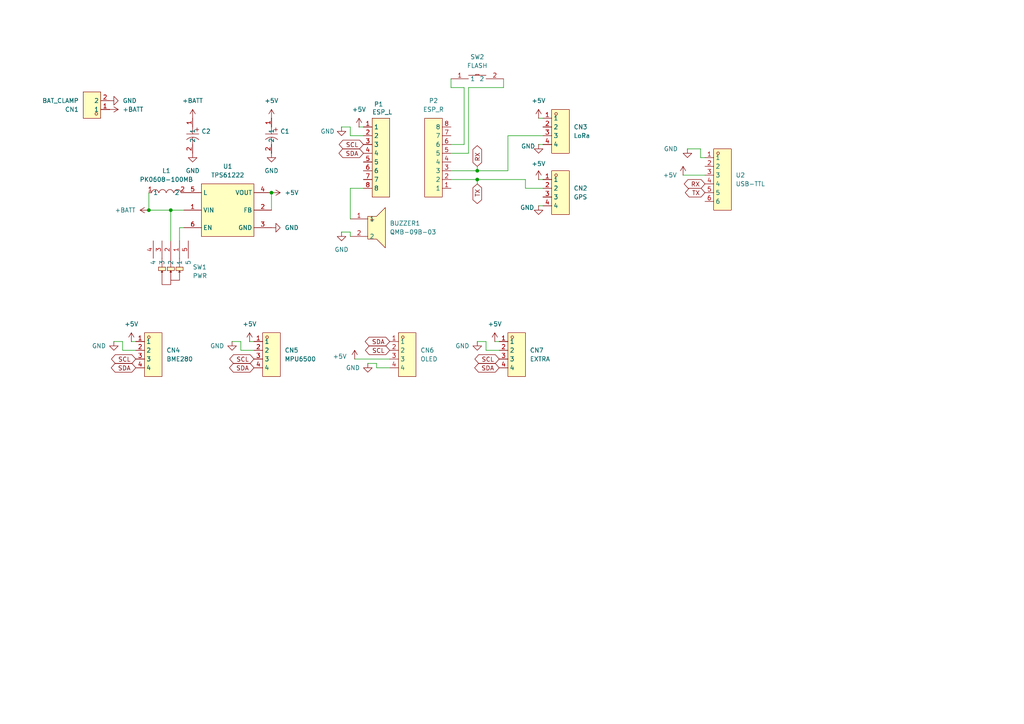
<source format=kicad_sch>
(kicad_sch
	(version 20231120)
	(generator "eeschema")
	(generator_version "8.0")
	(uuid "e1244b41-7f61-4a62-a750-be54acca9d40")
	(paper "A4")
	(lib_symbols
		(symbol "easyeda:CG100KG511B9"
			(exclude_from_sim no)
			(in_bom yes)
			(on_board yes)
			(property "Reference" "C"
				(at 0 5.08 0)
				(effects
					(font
						(size 1.27 1.27)
					)
				)
			)
			(property "Value" "CG100KG511B9"
				(at 0 -5.08 0)
				(effects
					(font
						(size 1.27 1.27)
					)
				)
			)
			(property "Footprint" "EasyEDA:CAP-TH_BD5.0-P2.00-D0.5-FD-1"
				(at 0 -7.62 0)
				(effects
					(font
						(size 1.27 1.27)
					)
					(hide yes)
				)
			)
			(property "Datasheet" ""
				(at 0 0 0)
				(effects
					(font
						(size 1.27 1.27)
					)
					(hide yes)
				)
			)
			(property "Description" ""
				(at 0 0 0)
				(effects
					(font
						(size 1.27 1.27)
					)
					(hide yes)
				)
			)
			(property "LCSC Part" "C2840034"
				(at 0 -10.16 0)
				(effects
					(font
						(size 1.27 1.27)
					)
					(hide yes)
				)
			)
			(symbol "CG100KG511B9_0_1"
				(polyline
					(pts
						(xy -2.54 0) (xy -0.51 0)
					)
					(stroke
						(width 0)
						(type default)
					)
					(fill
						(type none)
					)
				)
				(polyline
					(pts
						(xy -2.29 1.27) (xy -1.27 1.27)
					)
					(stroke
						(width 0)
						(type default)
					)
					(fill
						(type none)
					)
				)
				(polyline
					(pts
						(xy -1.78 1.78) (xy -1.78 0.76)
					)
					(stroke
						(width 0)
						(type default)
					)
					(fill
						(type none)
					)
				)
				(polyline
					(pts
						(xy -0.51 1.78) (xy -0.51 -1.78)
					)
					(stroke
						(width 0)
						(type default)
					)
					(fill
						(type none)
					)
				)
				(polyline
					(pts
						(xy 0.51 0) (xy 2.54 0)
					)
					(stroke
						(width 0)
						(type default)
					)
					(fill
						(type none)
					)
				)
				(arc
					(start 1.15 1.79)
					(mid 0.4221 0.024)
					(end 1.13 -1.75)
					(stroke
						(width 0)
						(type default)
					)
					(fill
						(type none)
					)
				)
				(pin input line
					(at -5.08 0 0)
					(length 2.54)
					(name "1"
						(effects
							(font
								(size 1.27 1.27)
							)
						)
					)
					(number "1"
						(effects
							(font
								(size 1.27 1.27)
							)
						)
					)
				)
				(pin input line
					(at 5.08 0 180)
					(length 2.54)
					(name "2"
						(effects
							(font
								(size 1.27 1.27)
							)
						)
					)
					(number "2"
						(effects
							(font
								(size 1.27 1.27)
							)
						)
					)
				)
			)
		)
		(symbol "easyeda:DS1023-1X6SF11"
			(exclude_from_sim no)
			(in_bom yes)
			(on_board yes)
			(property "Reference" "U"
				(at 0 11.43 0)
				(effects
					(font
						(size 1.27 1.27)
					)
				)
			)
			(property "Value" "DS1023-1X6SF11"
				(at 0 -11.43 0)
				(effects
					(font
						(size 1.27 1.27)
					)
				)
			)
			(property "Footprint" "EasyEDA:HDR-TH_6P-P2.54-V-F"
				(at 0 -13.97 0)
				(effects
					(font
						(size 1.27 1.27)
					)
					(hide yes)
				)
			)
			(property "Datasheet" ""
				(at 0 0 0)
				(effects
					(font
						(size 1.27 1.27)
					)
					(hide yes)
				)
			)
			(property "Description" ""
				(at 0 0 0)
				(effects
					(font
						(size 1.27 1.27)
					)
					(hide yes)
				)
			)
			(property "LCSC Part" "C7509518"
				(at 0 -16.51 0)
				(effects
					(font
						(size 1.27 1.27)
					)
					(hide yes)
				)
			)
			(symbol "DS1023-1X6SF11_0_1"
				(rectangle
					(start -2.54 8.89)
					(end 2.54 -8.89)
					(stroke
						(width 0)
						(type default)
					)
					(fill
						(type background)
					)
				)
				(circle
					(center -1.27 7.62)
					(radius 0.38)
					(stroke
						(width 0)
						(type default)
					)
					(fill
						(type none)
					)
				)
				(pin unspecified line
					(at -5.08 6.35 0)
					(length 2.54)
					(name "1"
						(effects
							(font
								(size 1.27 1.27)
							)
						)
					)
					(number "1"
						(effects
							(font
								(size 1.27 1.27)
							)
						)
					)
				)
				(pin unspecified line
					(at -5.08 3.81 0)
					(length 2.54)
					(name "2"
						(effects
							(font
								(size 1.27 1.27)
							)
						)
					)
					(number "2"
						(effects
							(font
								(size 1.27 1.27)
							)
						)
					)
				)
				(pin unspecified line
					(at -5.08 1.27 0)
					(length 2.54)
					(name "3"
						(effects
							(font
								(size 1.27 1.27)
							)
						)
					)
					(number "3"
						(effects
							(font
								(size 1.27 1.27)
							)
						)
					)
				)
				(pin unspecified line
					(at -5.08 -1.27 0)
					(length 2.54)
					(name "4"
						(effects
							(font
								(size 1.27 1.27)
							)
						)
					)
					(number "4"
						(effects
							(font
								(size 1.27 1.27)
							)
						)
					)
				)
				(pin unspecified line
					(at -5.08 -3.81 0)
					(length 2.54)
					(name "5"
						(effects
							(font
								(size 1.27 1.27)
							)
						)
					)
					(number "5"
						(effects
							(font
								(size 1.27 1.27)
							)
						)
					)
				)
				(pin unspecified line
					(at -5.08 -6.35 0)
					(length 2.54)
					(name "6"
						(effects
							(font
								(size 1.27 1.27)
							)
						)
					)
					(number "6"
						(effects
							(font
								(size 1.27 1.27)
							)
						)
					)
				)
			)
		)
		(symbol "easyeda:HDGC4001SMD-S-2P"
			(exclude_from_sim no)
			(in_bom yes)
			(on_board yes)
			(property "Reference" "CN"
				(at 0 6.35 0)
				(effects
					(font
						(size 1.27 1.27)
					)
				)
			)
			(property "Value" "HDGC4001SMD-S-2P"
				(at 0 -6.35 0)
				(effects
					(font
						(size 1.27 1.27)
					)
				)
			)
			(property "Footprint" "EasyEDA:CONN-SMD_2P-P4.00_HDGC4001SMD-S-2P"
				(at 0 -8.89 0)
				(effects
					(font
						(size 1.27 1.27)
					)
					(hide yes)
				)
			)
			(property "Datasheet" ""
				(at 0 0 0)
				(effects
					(font
						(size 1.27 1.27)
					)
					(hide yes)
				)
			)
			(property "Description" ""
				(at 0 0 0)
				(effects
					(font
						(size 1.27 1.27)
					)
					(hide yes)
				)
			)
			(property "LCSC Part" "C5197184"
				(at 0 -11.43 0)
				(effects
					(font
						(size 1.27 1.27)
					)
					(hide yes)
				)
			)
			(symbol "HDGC4001SMD-S-2P_0_1"
				(rectangle
					(start -2.54 3.81)
					(end 2.54 -3.81)
					(stroke
						(width 0)
						(type default)
					)
					(fill
						(type background)
					)
				)
				(circle
					(center -1.27 2.54)
					(radius 0.38)
					(stroke
						(width 0)
						(type default)
					)
					(fill
						(type none)
					)
				)
				(pin unspecified line
					(at -5.08 1.27 0)
					(length 2.54)
					(name "1"
						(effects
							(font
								(size 1.27 1.27)
							)
						)
					)
					(number "1"
						(effects
							(font
								(size 1.27 1.27)
							)
						)
					)
				)
				(pin unspecified line
					(at -5.08 -1.27 0)
					(length 2.54)
					(name "2"
						(effects
							(font
								(size 1.27 1.27)
							)
						)
					)
					(number "2"
						(effects
							(font
								(size 1.27 1.27)
							)
						)
					)
				)
			)
		)
		(symbol "easyeda:Header-Female-2.54_1x8"
			(exclude_from_sim no)
			(in_bom yes)
			(on_board yes)
			(property "Reference" "P"
				(at 0 13.97 0)
				(effects
					(font
						(size 1.27 1.27)
					)
				)
			)
			(property "Value" "Header-Female-2.54_1x8"
				(at 0 -13.97 0)
				(effects
					(font
						(size 1.27 1.27)
					)
				)
			)
			(property "Footprint" "EasyEDA:HDR-TH_8P-P2.54-V-F-1"
				(at 0 -16.51 0)
				(effects
					(font
						(size 1.27 1.27)
					)
					(hide yes)
				)
			)
			(property "Datasheet" "https://lcsc.com/product-detail/Female-Header_2-54mm-1-8P-Straight-Female-header_C27438.html"
				(at 0 -19.05 0)
				(effects
					(font
						(size 1.27 1.27)
					)
					(hide yes)
				)
			)
			(property "Description" ""
				(at 0 0 0)
				(effects
					(font
						(size 1.27 1.27)
					)
					(hide yes)
				)
			)
			(property "LCSC Part" "C27438"
				(at 0 -21.59 0)
				(effects
					(font
						(size 1.27 1.27)
					)
					(hide yes)
				)
			)
			(symbol "Header-Female-2.54_1x8_0_1"
				(rectangle
					(start -1.27 11.43)
					(end 3.81 -11.43)
					(stroke
						(width 0)
						(type default)
					)
					(fill
						(type background)
					)
				)
				(pin input line
					(at -3.81 8.89 0)
					(length 2.54)
					(name "1"
						(effects
							(font
								(size 1.27 1.27)
							)
						)
					)
					(number "1"
						(effects
							(font
								(size 1.27 1.27)
							)
						)
					)
				)
				(pin input line
					(at -3.81 6.35 0)
					(length 2.54)
					(name "2"
						(effects
							(font
								(size 1.27 1.27)
							)
						)
					)
					(number "2"
						(effects
							(font
								(size 1.27 1.27)
							)
						)
					)
				)
				(pin input line
					(at -3.81 3.81 0)
					(length 2.54)
					(name "3"
						(effects
							(font
								(size 1.27 1.27)
							)
						)
					)
					(number "3"
						(effects
							(font
								(size 1.27 1.27)
							)
						)
					)
				)
				(pin input line
					(at -3.81 1.27 0)
					(length 2.54)
					(name "4"
						(effects
							(font
								(size 1.27 1.27)
							)
						)
					)
					(number "4"
						(effects
							(font
								(size 1.27 1.27)
							)
						)
					)
				)
				(pin input line
					(at -3.81 -1.27 0)
					(length 2.54)
					(name "5"
						(effects
							(font
								(size 1.27 1.27)
							)
						)
					)
					(number "5"
						(effects
							(font
								(size 1.27 1.27)
							)
						)
					)
				)
				(pin input line
					(at -3.81 -3.81 0)
					(length 2.54)
					(name "6"
						(effects
							(font
								(size 1.27 1.27)
							)
						)
					)
					(number "6"
						(effects
							(font
								(size 1.27 1.27)
							)
						)
					)
				)
				(pin input line
					(at -3.81 -6.35 0)
					(length 2.54)
					(name "7"
						(effects
							(font
								(size 1.27 1.27)
							)
						)
					)
					(number "7"
						(effects
							(font
								(size 1.27 1.27)
							)
						)
					)
				)
				(pin input line
					(at -3.81 -8.89 0)
					(length 2.54)
					(name "8"
						(effects
							(font
								(size 1.27 1.27)
							)
						)
					)
					(number "8"
						(effects
							(font
								(size 1.27 1.27)
							)
						)
					)
				)
			)
		)
		(symbol "easyeda:PK0608-100MB"
			(exclude_from_sim no)
			(in_bom yes)
			(on_board yes)
			(property "Reference" "L"
				(at 0 5.08 0)
				(effects
					(font
						(size 1.27 1.27)
					)
				)
			)
			(property "Value" "PK0608-100MB"
				(at 0 -5.08 0)
				(effects
					(font
						(size 1.27 1.27)
					)
				)
			)
			(property "Footprint" "EasyEDA:IND-TH_BD7.0-P2.50-D0.7"
				(at 0 -7.62 0)
				(effects
					(font
						(size 1.27 1.27)
					)
					(hide yes)
				)
			)
			(property "Datasheet" "https://lcsc.com/product-detail/Radial-Inductor-TH_Shun-Xiang-Nuo-Elec-PK0608-100MB_C400296.html"
				(at 0 -10.16 0)
				(effects
					(font
						(size 1.27 1.27)
					)
					(hide yes)
				)
			)
			(property "Description" ""
				(at 0 0 0)
				(effects
					(font
						(size 1.27 1.27)
					)
					(hide yes)
				)
			)
			(property "LCSC Part" "C400296"
				(at 0 -12.7 0)
				(effects
					(font
						(size 1.27 1.27)
					)
					(hide yes)
				)
			)
			(symbol "PK0608-100MB_0_1"
				(arc
					(start -2.27 -0.02)
					(mid -3.28 0.9027)
					(end -4.29 -0.02)
					(stroke
						(width 0)
						(type default)
					)
					(fill
						(type none)
					)
				)
				(arc
					(start -0.11 -0.02)
					(mid -1.12 0.9071)
					(end -2.13 -0.02)
					(stroke
						(width 0)
						(type default)
					)
					(fill
						(type none)
					)
				)
				(arc
					(start 2.04 -0.02)
					(mid 1.03 0.9071)
					(end 0.02 -0.02)
					(stroke
						(width 0)
						(type default)
					)
					(fill
						(type none)
					)
				)
				(arc
					(start 4.23 -0.02)
					(mid 3.22 0.9071)
					(end 2.21 -0.02)
					(stroke
						(width 0)
						(type default)
					)
					(fill
						(type none)
					)
				)
				(pin unspecified line
					(at -5.08 0 0)
					(length 0.762)
					(name "1"
						(effects
							(font
								(size 1.27 1.27)
							)
						)
					)
					(number "1"
						(effects
							(font
								(size 1.27 1.27)
							)
						)
					)
				)
				(pin unspecified line
					(at 5.08 0 180)
					(length 0.762)
					(name "2"
						(effects
							(font
								(size 1.27 1.27)
							)
						)
					)
					(number "2"
						(effects
							(font
								(size 1.27 1.27)
							)
						)
					)
				)
			)
		)
		(symbol "easyeda:QMB-09B-03"
			(exclude_from_sim no)
			(in_bom yes)
			(on_board yes)
			(property "Reference" "BUZZER"
				(at 0 7.62 0)
				(effects
					(font
						(size 1.27 1.27)
					)
				)
			)
			(property "Value" "QMB-09B-03"
				(at 0 -7.62 0)
				(effects
					(font
						(size 1.27 1.27)
					)
				)
			)
			(property "Footprint" "EasyEDA:BUZ-TH_BD9.0-P4.00-D0.6-FD"
				(at 0 -10.16 0)
				(effects
					(font
						(size 1.27 1.27)
					)
					(hide yes)
				)
			)
			(property "Datasheet" "https://lcsc.com/product-detail/Buzzers_BuzzersQMB-09B-03_C96256.html"
				(at 0 -12.7 0)
				(effects
					(font
						(size 1.27 1.27)
					)
					(hide yes)
				)
			)
			(property "Description" ""
				(at 0 0 0)
				(effects
					(font
						(size 1.27 1.27)
					)
					(hide yes)
				)
			)
			(property "LCSC Part" "C96256"
				(at 0 -15.24 0)
				(effects
					(font
						(size 1.27 1.27)
					)
					(hide yes)
				)
			)
			(symbol "QMB-09B-03_0_1"
				(polyline
					(pts
						(xy 0.76 2.29) (xy 1.78 2.29)
					)
					(stroke
						(width 0)
						(type default)
					)
					(fill
						(type none)
					)
				)
				(polyline
					(pts
						(xy 1.27 2.79) (xy 1.27 1.78)
					)
					(stroke
						(width 0)
						(type default)
					)
					(fill
						(type none)
					)
				)
				(polyline
					(pts
						(xy 0 1.78) (xy 0 -3.3) (xy 2.54 -3.3) (xy 5.08 -5.84) (xy 5.08 5.84) (xy 2.54 3.3) (xy 0 3.3)
						(xy 0 1.78)
					)
					(stroke
						(width 0)
						(type default)
					)
					(fill
						(type background)
					)
				)
				(pin unspecified line
					(at -5.08 2.54 0)
					(length 5.08)
					(name "1"
						(effects
							(font
								(size 1.27 1.27)
							)
						)
					)
					(number "1"
						(effects
							(font
								(size 1.27 1.27)
							)
						)
					)
				)
				(pin unspecified line
					(at -5.08 -2.54 0)
					(length 5.08)
					(name "2"
						(effects
							(font
								(size 1.27 1.27)
							)
						)
					)
					(number "2"
						(effects
							(font
								(size 1.27 1.27)
							)
						)
					)
				)
			)
		)
		(symbol "easyeda:SK12D07VG3_C431547"
			(exclude_from_sim no)
			(in_bom yes)
			(on_board yes)
			(property "Reference" "SW"
				(at 0 0 0)
				(effects
					(font
						(size 1.27 1.27)
					)
				)
			)
			(property "Value" "SK12D07VG3_C431547"
				(at 0 -10.16 0)
				(effects
					(font
						(size 1.27 1.27)
					)
				)
			)
			(property "Footprint" "EasyEDA:SW-TH_SK12D07VG3"
				(at 0 -12.7 0)
				(effects
					(font
						(size 1.27 1.27)
					)
					(hide yes)
				)
			)
			(property "Datasheet" "https://lcsc.com/product-detail/Toggle-Switches_SHOU-HAN-SK12D07VG3_C431547.html"
				(at 0 -15.24 0)
				(effects
					(font
						(size 1.27 1.27)
					)
					(hide yes)
				)
			)
			(property "Description" ""
				(at 0 0 0)
				(effects
					(font
						(size 1.27 1.27)
					)
					(hide yes)
				)
			)
			(property "LCSC Part" "C431547"
				(at 0 -17.78 0)
				(effects
					(font
						(size 1.27 1.27)
					)
					(hide yes)
				)
			)
			(symbol "SK12D07VG3_C431547_0_1"
				(rectangle
					(start -3.56 3.56)
					(end -1.52 2.54)
					(stroke
						(width 0)
						(type default)
					)
					(fill
						(type background)
					)
				)
				(rectangle
					(start -1.02 3.56)
					(end 1.02 2.54)
					(stroke
						(width 0)
						(type default)
					)
					(fill
						(type background)
					)
				)
				(polyline
					(pts
						(xy -2.54 0) (xy -2.54 2.54)
					)
					(stroke
						(width 0)
						(type default)
					)
					(fill
						(type none)
					)
				)
				(polyline
					(pts
						(xy 0 0) (xy 0 2.54)
					)
					(stroke
						(width 0)
						(type default)
					)
					(fill
						(type none)
					)
				)
				(polyline
					(pts
						(xy 2.54 0) (xy 2.54 2.54)
					)
					(stroke
						(width 0)
						(type default)
					)
					(fill
						(type none)
					)
				)
				(polyline
					(pts
						(xy -2.54 3.81) (xy -2.54 6.35) (xy 0 6.35) (xy 0 3.56)
					)
					(stroke
						(width 0)
						(type default)
					)
					(fill
						(type none)
					)
				)
				(polyline
					(pts
						(xy -2.29 4.06) (xy -2.79 4.06) (xy -2.54 3.56) (xy -2.29 4.06)
					)
					(stroke
						(width 0)
						(type default)
					)
					(fill
						(type background)
					)
				)
				(polyline
					(pts
						(xy 0 4.83) (xy 0 7.62) (xy 2.54 7.62) (xy 2.54 3.81)
					)
					(stroke
						(width 0)
						(type default)
					)
					(fill
						(type none)
					)
				)
				(polyline
					(pts
						(xy 0.25 4.06) (xy -0.25 4.06) (xy 0 3.56) (xy 0.25 4.06)
					)
					(stroke
						(width 0)
						(type default)
					)
					(fill
						(type background)
					)
				)
				(polyline
					(pts
						(xy 2.79 4.06) (xy 2.29 4.06) (xy 2.54 3.56) (xy 2.79 4.06)
					)
					(stroke
						(width 0)
						(type default)
					)
					(fill
						(type background)
					)
				)
				(rectangle
					(start 1.52 3.56)
					(end 3.56 2.54)
					(stroke
						(width 0)
						(type default)
					)
					(fill
						(type background)
					)
				)
				(pin unspecified line
					(at -2.54 -5.08 90)
					(length 5.08)
					(name "1"
						(effects
							(font
								(size 1.27 1.27)
							)
						)
					)
					(number "1"
						(effects
							(font
								(size 1.27 1.27)
							)
						)
					)
				)
				(pin unspecified line
					(at 0 -5.08 90)
					(length 5.08)
					(name "2"
						(effects
							(font
								(size 1.27 1.27)
							)
						)
					)
					(number "2"
						(effects
							(font
								(size 1.27 1.27)
							)
						)
					)
				)
				(pin unspecified line
					(at 2.54 -5.08 90)
					(length 5.08)
					(name "3"
						(effects
							(font
								(size 1.27 1.27)
							)
						)
					)
					(number "3"
						(effects
							(font
								(size 1.27 1.27)
							)
						)
					)
				)
				(pin unspecified line
					(at 5.08 -5.08 90)
					(length 5.08)
					(name "4"
						(effects
							(font
								(size 1.27 1.27)
							)
						)
					)
					(number "4"
						(effects
							(font
								(size 1.27 1.27)
							)
						)
					)
				)
				(pin unspecified line
					(at -5.08 -5.08 90)
					(length 5.08)
					(name "5"
						(effects
							(font
								(size 1.27 1.27)
							)
						)
					)
					(number "5"
						(effects
							(font
								(size 1.27 1.27)
							)
						)
					)
				)
			)
		)
		(symbol "easyeda:TPS61222DCKR"
			(exclude_from_sim no)
			(in_bom yes)
			(on_board yes)
			(property "Reference" "U"
				(at 0 10.16 0)
				(effects
					(font
						(size 1.27 1.27)
					)
				)
			)
			(property "Value" "TPS61222DCKR"
				(at 0 -10.16 0)
				(effects
					(font
						(size 1.27 1.27)
					)
				)
			)
			(property "Footprint" "EasyEDA:SC-70-6_L2.2-W1.3-P0.65-LS2.1-BR"
				(at 0 -12.7 0)
				(effects
					(font
						(size 1.27 1.27)
					)
					(hide yes)
				)
			)
			(property "Datasheet" "https://lcsc.com/product-detail/DC-DC-Converters_TI_TPS61222DCKR_TPS61222DCKR_C116461.html"
				(at 0 -15.24 0)
				(effects
					(font
						(size 1.27 1.27)
					)
					(hide yes)
				)
			)
			(property "Description" ""
				(at 0 0 0)
				(effects
					(font
						(size 1.27 1.27)
					)
					(hide yes)
				)
			)
			(property "LCSC Part" "C116461"
				(at 0 -17.78 0)
				(effects
					(font
						(size 1.27 1.27)
					)
					(hide yes)
				)
			)
			(symbol "TPS61222DCKR_0_1"
				(rectangle
					(start -7.62 7.62)
					(end 7.62 -7.62)
					(stroke
						(width 0)
						(type default)
					)
					(fill
						(type background)
					)
				)
				(pin power_in line
					(at -12.7 0 0)
					(length 5.08)
					(name "VIN"
						(effects
							(font
								(size 1.27 1.27)
							)
						)
					)
					(number "1"
						(effects
							(font
								(size 1.27 1.27)
							)
						)
					)
				)
				(pin unspecified line
					(at 12.7 0 180)
					(length 5.08)
					(name "FB"
						(effects
							(font
								(size 1.27 1.27)
							)
						)
					)
					(number "2"
						(effects
							(font
								(size 1.27 1.27)
							)
						)
					)
				)
				(pin power_in line
					(at 12.7 -5.08 180)
					(length 5.08)
					(name "GND"
						(effects
							(font
								(size 1.27 1.27)
							)
						)
					)
					(number "3"
						(effects
							(font
								(size 1.27 1.27)
							)
						)
					)
				)
				(pin power_in line
					(at 12.7 5.08 180)
					(length 5.08)
					(name "VOUT"
						(effects
							(font
								(size 1.27 1.27)
							)
						)
					)
					(number "4"
						(effects
							(font
								(size 1.27 1.27)
							)
						)
					)
				)
				(pin power_in line
					(at -12.7 5.08 0)
					(length 5.08)
					(name "L"
						(effects
							(font
								(size 1.27 1.27)
							)
						)
					)
					(number "5"
						(effects
							(font
								(size 1.27 1.27)
							)
						)
					)
				)
				(pin unspecified line
					(at -12.7 -5.08 0)
					(length 5.08)
					(name "EN"
						(effects
							(font
								(size 1.27 1.27)
							)
						)
					)
					(number "6"
						(effects
							(font
								(size 1.27 1.27)
							)
						)
					)
				)
			)
		)
		(symbol "easyeda:TS-1101-C-W"
			(exclude_from_sim no)
			(in_bom yes)
			(on_board yes)
			(property "Reference" "SW"
				(at 0 5.08 0)
				(effects
					(font
						(size 1.27 1.27)
					)
				)
			)
			(property "Value" "TS-1101-C-W"
				(at 0 -5.08 0)
				(effects
					(font
						(size 1.27 1.27)
					)
				)
			)
			(property "Footprint" "EasyEDA:SW-SMD_L6.0-W3.3-LS8.0"
				(at 0 -7.62 0)
				(effects
					(font
						(size 1.27 1.27)
					)
					(hide yes)
				)
			)
			(property "Datasheet" ""
				(at 0 0 0)
				(effects
					(font
						(size 1.27 1.27)
					)
					(hide yes)
				)
			)
			(property "Description" ""
				(at 0 0 0)
				(effects
					(font
						(size 1.27 1.27)
					)
					(hide yes)
				)
			)
			(property "LCSC Part" "C318938"
				(at 0 -10.16 0)
				(effects
					(font
						(size 1.27 1.27)
					)
					(hide yes)
				)
			)
			(symbol "TS-1101-C-W_0_1"
				(polyline
					(pts
						(xy -2.54 1.02) (xy 2.54 1.02)
					)
					(stroke
						(width 0)
						(type default)
					)
					(fill
						(type none)
					)
				)
				(polyline
					(pts
						(xy -0.51 1.02) (xy -0.51 1.27) (xy 0.51 1.27) (xy 0.51 1.02)
					)
					(stroke
						(width 0)
						(type default)
					)
					(fill
						(type none)
					)
				)
				(pin unspecified line
					(at -7.62 0 0)
					(length 5.08)
					(name "1"
						(effects
							(font
								(size 1.27 1.27)
							)
						)
					)
					(number "1"
						(effects
							(font
								(size 1.27 1.27)
							)
						)
					)
				)
				(pin unspecified line
					(at 7.62 0 180)
					(length 5.08)
					(name "2"
						(effects
							(font
								(size 1.27 1.27)
							)
						)
					)
					(number "2"
						(effects
							(font
								(size 1.27 1.27)
							)
						)
					)
				)
			)
		)
		(symbol "easyeda:XH-4A_C722867"
			(exclude_from_sim no)
			(in_bom yes)
			(on_board yes)
			(property "Reference" "CN"
				(at 0 8.89 0)
				(effects
					(font
						(size 1.27 1.27)
					)
				)
			)
			(property "Value" "XH-4A_C722867"
				(at 0 -8.89 0)
				(effects
					(font
						(size 1.27 1.27)
					)
				)
			)
			(property "Footprint" "EasyEDA:CONN-TH_XH-4A"
				(at 0 -11.43 0)
				(effects
					(font
						(size 1.27 1.27)
					)
					(hide yes)
				)
			)
			(property "Datasheet" "https://lcsc.com/product-detail/Wire-To-Board-Wire-To-Wire-Connector_CAX-XH-4A_C722867.html"
				(at 0 -13.97 0)
				(effects
					(font
						(size 1.27 1.27)
					)
					(hide yes)
				)
			)
			(property "Description" ""
				(at 0 0 0)
				(effects
					(font
						(size 1.27 1.27)
					)
					(hide yes)
				)
			)
			(property "LCSC Part" "C722867"
				(at 0 -16.51 0)
				(effects
					(font
						(size 1.27 1.27)
					)
					(hide yes)
				)
			)
			(symbol "XH-4A_C722867_0_1"
				(rectangle
					(start -2.54 6.35)
					(end 2.54 -6.35)
					(stroke
						(width 0)
						(type default)
					)
					(fill
						(type background)
					)
				)
				(circle
					(center -1.27 5.08)
					(radius 0.38)
					(stroke
						(width 0)
						(type default)
					)
					(fill
						(type none)
					)
				)
				(pin unspecified line
					(at -5.08 3.81 0)
					(length 2.54)
					(name "1"
						(effects
							(font
								(size 1.27 1.27)
							)
						)
					)
					(number "1"
						(effects
							(font
								(size 1.27 1.27)
							)
						)
					)
				)
				(pin unspecified line
					(at -5.08 1.27 0)
					(length 2.54)
					(name "2"
						(effects
							(font
								(size 1.27 1.27)
							)
						)
					)
					(number "2"
						(effects
							(font
								(size 1.27 1.27)
							)
						)
					)
				)
				(pin unspecified line
					(at -5.08 -1.27 0)
					(length 2.54)
					(name "3"
						(effects
							(font
								(size 1.27 1.27)
							)
						)
					)
					(number "3"
						(effects
							(font
								(size 1.27 1.27)
							)
						)
					)
				)
				(pin unspecified line
					(at -5.08 -3.81 0)
					(length 2.54)
					(name "4"
						(effects
							(font
								(size 1.27 1.27)
							)
						)
					)
					(number "4"
						(effects
							(font
								(size 1.27 1.27)
							)
						)
					)
				)
			)
		)
		(symbol "power:+5V"
			(power)
			(pin_numbers hide)
			(pin_names
				(offset 0) hide)
			(exclude_from_sim no)
			(in_bom yes)
			(on_board yes)
			(property "Reference" "#PWR"
				(at 0 -3.81 0)
				(effects
					(font
						(size 1.27 1.27)
					)
					(hide yes)
				)
			)
			(property "Value" "+5V"
				(at 0 3.556 0)
				(effects
					(font
						(size 1.27 1.27)
					)
				)
			)
			(property "Footprint" ""
				(at 0 0 0)
				(effects
					(font
						(size 1.27 1.27)
					)
					(hide yes)
				)
			)
			(property "Datasheet" ""
				(at 0 0 0)
				(effects
					(font
						(size 1.27 1.27)
					)
					(hide yes)
				)
			)
			(property "Description" "Power symbol creates a global label with name \"+5V\""
				(at 0 0 0)
				(effects
					(font
						(size 1.27 1.27)
					)
					(hide yes)
				)
			)
			(property "ki_keywords" "global power"
				(at 0 0 0)
				(effects
					(font
						(size 1.27 1.27)
					)
					(hide yes)
				)
			)
			(symbol "+5V_0_1"
				(polyline
					(pts
						(xy -0.762 1.27) (xy 0 2.54)
					)
					(stroke
						(width 0)
						(type default)
					)
					(fill
						(type none)
					)
				)
				(polyline
					(pts
						(xy 0 0) (xy 0 2.54)
					)
					(stroke
						(width 0)
						(type default)
					)
					(fill
						(type none)
					)
				)
				(polyline
					(pts
						(xy 0 2.54) (xy 0.762 1.27)
					)
					(stroke
						(width 0)
						(type default)
					)
					(fill
						(type none)
					)
				)
			)
			(symbol "+5V_1_1"
				(pin power_in line
					(at 0 0 90)
					(length 0)
					(name "~"
						(effects
							(font
								(size 1.27 1.27)
							)
						)
					)
					(number "1"
						(effects
							(font
								(size 1.27 1.27)
							)
						)
					)
				)
			)
		)
		(symbol "power:+BATT"
			(power)
			(pin_numbers hide)
			(pin_names
				(offset 0) hide)
			(exclude_from_sim no)
			(in_bom yes)
			(on_board yes)
			(property "Reference" "#PWR"
				(at 0 -3.81 0)
				(effects
					(font
						(size 1.27 1.27)
					)
					(hide yes)
				)
			)
			(property "Value" "+BATT"
				(at 0 3.556 0)
				(effects
					(font
						(size 1.27 1.27)
					)
				)
			)
			(property "Footprint" ""
				(at 0 0 0)
				(effects
					(font
						(size 1.27 1.27)
					)
					(hide yes)
				)
			)
			(property "Datasheet" ""
				(at 0 0 0)
				(effects
					(font
						(size 1.27 1.27)
					)
					(hide yes)
				)
			)
			(property "Description" "Power symbol creates a global label with name \"+BATT\""
				(at 0 0 0)
				(effects
					(font
						(size 1.27 1.27)
					)
					(hide yes)
				)
			)
			(property "ki_keywords" "global power battery"
				(at 0 0 0)
				(effects
					(font
						(size 1.27 1.27)
					)
					(hide yes)
				)
			)
			(symbol "+BATT_0_1"
				(polyline
					(pts
						(xy -0.762 1.27) (xy 0 2.54)
					)
					(stroke
						(width 0)
						(type default)
					)
					(fill
						(type none)
					)
				)
				(polyline
					(pts
						(xy 0 0) (xy 0 2.54)
					)
					(stroke
						(width 0)
						(type default)
					)
					(fill
						(type none)
					)
				)
				(polyline
					(pts
						(xy 0 2.54) (xy 0.762 1.27)
					)
					(stroke
						(width 0)
						(type default)
					)
					(fill
						(type none)
					)
				)
			)
			(symbol "+BATT_1_1"
				(pin power_in line
					(at 0 0 90)
					(length 0)
					(name "~"
						(effects
							(font
								(size 1.27 1.27)
							)
						)
					)
					(number "1"
						(effects
							(font
								(size 1.27 1.27)
							)
						)
					)
				)
			)
		)
		(symbol "power:GND"
			(power)
			(pin_numbers hide)
			(pin_names
				(offset 0) hide)
			(exclude_from_sim no)
			(in_bom yes)
			(on_board yes)
			(property "Reference" "#PWR"
				(at 0 -6.35 0)
				(effects
					(font
						(size 1.27 1.27)
					)
					(hide yes)
				)
			)
			(property "Value" "GND"
				(at 0 -3.81 0)
				(effects
					(font
						(size 1.27 1.27)
					)
				)
			)
			(property "Footprint" ""
				(at 0 0 0)
				(effects
					(font
						(size 1.27 1.27)
					)
					(hide yes)
				)
			)
			(property "Datasheet" ""
				(at 0 0 0)
				(effects
					(font
						(size 1.27 1.27)
					)
					(hide yes)
				)
			)
			(property "Description" "Power symbol creates a global label with name \"GND\" , ground"
				(at 0 0 0)
				(effects
					(font
						(size 1.27 1.27)
					)
					(hide yes)
				)
			)
			(property "ki_keywords" "global power"
				(at 0 0 0)
				(effects
					(font
						(size 1.27 1.27)
					)
					(hide yes)
				)
			)
			(symbol "GND_0_1"
				(polyline
					(pts
						(xy 0 0) (xy 0 -1.27) (xy 1.27 -1.27) (xy 0 -2.54) (xy -1.27 -1.27) (xy 0 -1.27)
					)
					(stroke
						(width 0)
						(type default)
					)
					(fill
						(type none)
					)
				)
			)
			(symbol "GND_1_1"
				(pin power_in line
					(at 0 0 270)
					(length 0)
					(name "~"
						(effects
							(font
								(size 1.27 1.27)
							)
						)
					)
					(number "1"
						(effects
							(font
								(size 1.27 1.27)
							)
						)
					)
				)
			)
		)
	)
	(junction
		(at 138.43 49.53)
		(diameter 0)
		(color 0 0 0 0)
		(uuid "1cccee6a-dacb-4996-9ff7-b0911b12a56d")
	)
	(junction
		(at 49.53 60.96)
		(diameter 0)
		(color 0 0 0 0)
		(uuid "265c7a91-f0db-4a3a-a255-291551b95a7b")
	)
	(junction
		(at 43.18 60.96)
		(diameter 0)
		(color 0 0 0 0)
		(uuid "534bd838-76fd-4381-a4a8-dd33e4e5073d")
	)
	(junction
		(at 138.43 52.07)
		(diameter 0)
		(color 0 0 0 0)
		(uuid "a615fa9d-caf1-4136-9389-d2a93286b1cd")
	)
	(junction
		(at 78.74 55.88)
		(diameter 0)
		(color 0 0 0 0)
		(uuid "b6b2691b-3e0c-40eb-8241-8475975c92ee")
	)
	(wire
		(pts
			(xy 156.21 52.07) (xy 157.48 52.07)
		)
		(stroke
			(width 0)
			(type default)
		)
		(uuid "008ae07e-4b4b-4bd5-b3b1-07c4e87be1b1")
	)
	(wire
		(pts
			(xy 138.43 52.07) (xy 130.81 52.07)
		)
		(stroke
			(width 0)
			(type default)
		)
		(uuid "0b9166dc-9ec3-44d3-9f17-5dea977569d8")
	)
	(wire
		(pts
			(xy 143.51 99.06) (xy 144.78 99.06)
		)
		(stroke
			(width 0)
			(type default)
		)
		(uuid "126f8b4d-d508-45e3-bd47-190100848ed5")
	)
	(wire
		(pts
			(xy 33.02 99.06) (xy 35.56 99.06)
		)
		(stroke
			(width 0)
			(type default)
		)
		(uuid "1463ee1e-cb88-4a66-b126-8baf373915ec")
	)
	(wire
		(pts
			(xy 67.31 99.06) (xy 69.85 99.06)
		)
		(stroke
			(width 0)
			(type default)
		)
		(uuid "15f589c0-40c3-4e9e-a8f5-f681a2dfe13e")
	)
	(wire
		(pts
			(xy 106.68 105.41) (xy 109.22 105.41)
		)
		(stroke
			(width 0)
			(type default)
		)
		(uuid "1631fcaf-4407-4de4-9884-8ec894d2ad79")
	)
	(wire
		(pts
			(xy 199.39 43.18) (xy 203.2 43.18)
		)
		(stroke
			(width 0)
			(type default)
		)
		(uuid "1b089f3f-6f58-4360-b36e-d97edb95bb4b")
	)
	(wire
		(pts
			(xy 156.21 34.29) (xy 157.48 34.29)
		)
		(stroke
			(width 0)
			(type default)
		)
		(uuid "1ca55ff5-1407-4b2d-941b-1f2bed527578")
	)
	(wire
		(pts
			(xy 102.87 104.14) (xy 113.03 104.14)
		)
		(stroke
			(width 0)
			(type default)
		)
		(uuid "1e8d37ea-1b6a-4415-a86d-6de9c9375ccb")
	)
	(wire
		(pts
			(xy 134.62 25.4) (xy 130.81 25.4)
		)
		(stroke
			(width 0)
			(type default)
		)
		(uuid "234b44fb-3f8f-4030-a409-f46ea5eead66")
	)
	(wire
		(pts
			(xy 69.85 101.6) (xy 73.66 101.6)
		)
		(stroke
			(width 0)
			(type default)
		)
		(uuid "250bde9b-c5d0-451c-af3d-d3a9d3a66e5e")
	)
	(wire
		(pts
			(xy 156.21 41.91) (xy 157.48 41.91)
		)
		(stroke
			(width 0)
			(type default)
		)
		(uuid "2c701459-0a6c-490a-8e2c-06f74d387187")
	)
	(wire
		(pts
			(xy 38.1 99.06) (xy 39.37 99.06)
		)
		(stroke
			(width 0)
			(type default)
		)
		(uuid "2cde9f38-3ad3-4ada-a41f-f76a73efd6f2")
	)
	(wire
		(pts
			(xy 152.4 52.07) (xy 138.43 52.07)
		)
		(stroke
			(width 0)
			(type default)
		)
		(uuid "355990da-8e85-4130-b625-69cb5774bf30")
	)
	(wire
		(pts
			(xy 140.97 99.06) (xy 140.97 101.6)
		)
		(stroke
			(width 0)
			(type default)
		)
		(uuid "36972902-92c4-47dc-99e2-162605e625ab")
	)
	(wire
		(pts
			(xy 130.81 41.91) (xy 134.62 41.91)
		)
		(stroke
			(width 0)
			(type default)
		)
		(uuid "376d90cf-3812-42d5-8ceb-bb662e05a058")
	)
	(wire
		(pts
			(xy 35.56 99.06) (xy 35.56 101.6)
		)
		(stroke
			(width 0)
			(type default)
		)
		(uuid "39e291d2-b0b3-4709-9aa4-ae0c9d622867")
	)
	(wire
		(pts
			(xy 101.6 63.5) (xy 101.6 54.61)
		)
		(stroke
			(width 0)
			(type default)
		)
		(uuid "3a9420cb-d90c-4d3e-b297-c9718cf881a2")
	)
	(wire
		(pts
			(xy 138.43 99.06) (xy 140.97 99.06)
		)
		(stroke
			(width 0)
			(type default)
		)
		(uuid "438a7732-0e9b-46af-8277-345e6d1cfaba")
	)
	(wire
		(pts
			(xy 147.32 39.37) (xy 147.32 49.53)
		)
		(stroke
			(width 0)
			(type default)
		)
		(uuid "4a0a2b4b-9572-40b9-a1e7-f25bb3cb6602")
	)
	(wire
		(pts
			(xy 198.12 50.8) (xy 204.47 50.8)
		)
		(stroke
			(width 0)
			(type default)
		)
		(uuid "4a3321a8-0358-4a7f-a9bc-11a391cc6272")
	)
	(wire
		(pts
			(xy 99.06 36.83) (xy 101.6 36.83)
		)
		(stroke
			(width 0)
			(type default)
		)
		(uuid "4b4811fb-ca17-467b-94fb-ee67c1d9ec59")
	)
	(wire
		(pts
			(xy 146.05 25.4) (xy 146.05 22.86)
		)
		(stroke
			(width 0)
			(type default)
		)
		(uuid "501b4cbb-d42e-4f32-9f97-6f1e6febe3f7")
	)
	(wire
		(pts
			(xy 203.2 45.72) (xy 204.47 45.72)
		)
		(stroke
			(width 0)
			(type default)
		)
		(uuid "510d4f96-e5f4-4d68-a4f4-d831006cf31a")
	)
	(wire
		(pts
			(xy 69.85 99.06) (xy 69.85 101.6)
		)
		(stroke
			(width 0)
			(type default)
		)
		(uuid "531e98a2-5a71-44f5-acd5-9972909e0f1d")
	)
	(wire
		(pts
			(xy 35.56 101.6) (xy 39.37 101.6)
		)
		(stroke
			(width 0)
			(type default)
		)
		(uuid "54a62f05-e2b0-4edf-bd23-77aa0763dbb9")
	)
	(wire
		(pts
			(xy 104.14 36.83) (xy 105.41 36.83)
		)
		(stroke
			(width 0)
			(type default)
		)
		(uuid "5b091649-07e4-459d-94b1-94dddf895a4d")
	)
	(wire
		(pts
			(xy 109.22 106.68) (xy 113.03 106.68)
		)
		(stroke
			(width 0)
			(type default)
		)
		(uuid "61e5e068-f780-4253-87cc-e8a7ee25cee6")
	)
	(wire
		(pts
			(xy 101.6 67.31) (xy 101.6 68.58)
		)
		(stroke
			(width 0)
			(type default)
		)
		(uuid "652f7c69-be8f-4538-864f-5b0be8cd6842")
	)
	(wire
		(pts
			(xy 72.39 99.06) (xy 73.66 99.06)
		)
		(stroke
			(width 0)
			(type default)
		)
		(uuid "715a263c-625c-427d-92e1-c4f5b67796ef")
	)
	(wire
		(pts
			(xy 157.48 54.61) (xy 152.4 54.61)
		)
		(stroke
			(width 0)
			(type default)
		)
		(uuid "74539572-09c3-4960-94e3-5588de2c73f7")
	)
	(wire
		(pts
			(xy 101.6 54.61) (xy 105.41 54.61)
		)
		(stroke
			(width 0)
			(type default)
		)
		(uuid "79912a53-9c08-4d51-aa11-c08f19ed4b7a")
	)
	(wire
		(pts
			(xy 138.43 49.53) (xy 130.81 49.53)
		)
		(stroke
			(width 0)
			(type default)
		)
		(uuid "7c2e49ef-fbfc-4ca6-a713-478d94ffe22e")
	)
	(wire
		(pts
			(xy 135.89 44.45) (xy 135.89 25.4)
		)
		(stroke
			(width 0)
			(type default)
		)
		(uuid "7ccd8be5-6c07-4ec1-9360-cf22f596eb2b")
	)
	(wire
		(pts
			(xy 130.81 44.45) (xy 135.89 44.45)
		)
		(stroke
			(width 0)
			(type default)
		)
		(uuid "820f4756-7080-417d-bcd7-75912ddf1ea2")
	)
	(wire
		(pts
			(xy 135.89 25.4) (xy 146.05 25.4)
		)
		(stroke
			(width 0)
			(type default)
		)
		(uuid "8babb683-fde5-4dd9-83c6-9d36ab0581d7")
	)
	(wire
		(pts
			(xy 99.06 67.31) (xy 101.6 67.31)
		)
		(stroke
			(width 0)
			(type default)
		)
		(uuid "8dc93ef4-dbc4-499d-9b28-ae782625a3b9")
	)
	(wire
		(pts
			(xy 78.74 55.88) (xy 78.74 60.96)
		)
		(stroke
			(width 0)
			(type default)
		)
		(uuid "8e8c913d-14c2-43b6-bba3-ace7d947b6e7")
	)
	(wire
		(pts
			(xy 43.18 60.96) (xy 49.53 60.96)
		)
		(stroke
			(width 0)
			(type default)
		)
		(uuid "95a1f109-2842-4bd9-bcaa-074ce2b36469")
	)
	(wire
		(pts
			(xy 101.6 39.37) (xy 105.41 39.37)
		)
		(stroke
			(width 0)
			(type default)
		)
		(uuid "9f2b6e73-bf4d-4fc3-940d-9339e8ba67ac")
	)
	(wire
		(pts
			(xy 49.53 69.85) (xy 49.53 60.96)
		)
		(stroke
			(width 0)
			(type default)
		)
		(uuid "a01f1b35-f05c-4fae-b1f6-f85153f62a54")
	)
	(wire
		(pts
			(xy 138.43 52.07) (xy 138.43 53.34)
		)
		(stroke
			(width 0)
			(type default)
		)
		(uuid "a57e5b6d-dae6-48b6-991c-2b6b905ad028")
	)
	(wire
		(pts
			(xy 147.32 49.53) (xy 138.43 49.53)
		)
		(stroke
			(width 0)
			(type default)
		)
		(uuid "aa73a33d-51b3-402a-9424-e9a33a80b76b")
	)
	(wire
		(pts
			(xy 52.07 69.85) (xy 52.07 66.04)
		)
		(stroke
			(width 0)
			(type default)
		)
		(uuid "ad98659d-1288-42cc-a5d5-7be6922f4544")
	)
	(wire
		(pts
			(xy 49.53 60.96) (xy 53.34 60.96)
		)
		(stroke
			(width 0)
			(type default)
		)
		(uuid "b1338cfc-c618-4858-a5c3-7eff6239ca48")
	)
	(wire
		(pts
			(xy 157.48 39.37) (xy 147.32 39.37)
		)
		(stroke
			(width 0)
			(type default)
		)
		(uuid "b4d78ed8-2692-4634-a545-83cdc9dac147")
	)
	(wire
		(pts
			(xy 156.21 59.69) (xy 157.48 59.69)
		)
		(stroke
			(width 0)
			(type default)
		)
		(uuid "bd49af0f-e0eb-46f1-931b-5ec5a5315767")
	)
	(wire
		(pts
			(xy 203.2 43.18) (xy 203.2 45.72)
		)
		(stroke
			(width 0)
			(type default)
		)
		(uuid "c2a3d7d1-e2f7-47f1-bcf2-2ce361fe17ad")
	)
	(wire
		(pts
			(xy 109.22 105.41) (xy 109.22 106.68)
		)
		(stroke
			(width 0)
			(type default)
		)
		(uuid "c7c5f3bc-b7f0-4adf-8001-a36e9e83891a")
	)
	(wire
		(pts
			(xy 43.18 60.96) (xy 43.18 55.88)
		)
		(stroke
			(width 0)
			(type default)
		)
		(uuid "c9ebb794-1432-45ea-8953-6791ec481461")
	)
	(wire
		(pts
			(xy 101.6 36.83) (xy 101.6 39.37)
		)
		(stroke
			(width 0)
			(type default)
		)
		(uuid "ca510d77-97de-4b71-b27d-c02eea513177")
	)
	(wire
		(pts
			(xy 52.07 66.04) (xy 53.34 66.04)
		)
		(stroke
			(width 0)
			(type default)
		)
		(uuid "da642539-1bfc-4b71-bffc-6f703cb31aa5")
	)
	(wire
		(pts
			(xy 134.62 25.4) (xy 134.62 41.91)
		)
		(stroke
			(width 0)
			(type default)
		)
		(uuid "dc56dd68-6e77-4b61-82eb-e1a2970cdfbf")
	)
	(wire
		(pts
			(xy 138.43 48.26) (xy 138.43 49.53)
		)
		(stroke
			(width 0)
			(type default)
		)
		(uuid "e341a2f6-6f95-4f73-990b-08f179be1d03")
	)
	(wire
		(pts
			(xy 140.97 101.6) (xy 144.78 101.6)
		)
		(stroke
			(width 0)
			(type default)
		)
		(uuid "e8d6b38a-b248-4397-aeca-fa72d7fc68c7")
	)
	(wire
		(pts
			(xy 130.81 25.4) (xy 130.81 22.86)
		)
		(stroke
			(width 0)
			(type default)
		)
		(uuid "ef969727-b2e8-43c9-815b-ed1f4593d3a1")
	)
	(wire
		(pts
			(xy 152.4 54.61) (xy 152.4 52.07)
		)
		(stroke
			(width 0)
			(type default)
		)
		(uuid "fe7b157c-47be-4f2e-99ab-d5e90c54462f")
	)
	(global_label "SCL"
		(shape bidirectional)
		(at 144.78 104.14 180)
		(fields_autoplaced yes)
		(effects
			(font
				(size 1.27 1.27)
			)
			(justify right)
		)
		(uuid "017571e9-c67c-4f7e-8d00-d0e31f10d32a")
		(property "Intersheetrefs" "${INTERSHEET_REFS}"
			(at 137.1759 104.14 0)
			(effects
				(font
					(size 1.27 1.27)
				)
				(justify right)
				(hide yes)
			)
		)
	)
	(global_label "SDA"
		(shape bidirectional)
		(at 73.66 106.68 180)
		(fields_autoplaced yes)
		(effects
			(font
				(size 1.27 1.27)
			)
			(justify right)
		)
		(uuid "03226715-ea1d-43a9-8c8d-31e682776d53")
		(property "Intersheetrefs" "${INTERSHEET_REFS}"
			(at 65.9954 106.68 0)
			(effects
				(font
					(size 1.27 1.27)
				)
				(justify right)
				(hide yes)
			)
		)
	)
	(global_label "TX"
		(shape bidirectional)
		(at 138.43 53.34 270)
		(fields_autoplaced yes)
		(effects
			(font
				(size 1.27 1.27)
			)
			(justify right)
		)
		(uuid "2a14364d-c026-43e1-ab90-6c5c548bebc4")
		(property "Intersheetrefs" "${INTERSHEET_REFS}"
			(at 138.43 59.6136 90)
			(effects
				(font
					(size 1.27 1.27)
				)
				(justify right)
				(hide yes)
			)
		)
	)
	(global_label "SCL"
		(shape bidirectional)
		(at 113.03 101.6 180)
		(fields_autoplaced yes)
		(effects
			(font
				(size 1.27 1.27)
			)
			(justify right)
		)
		(uuid "5c82164e-bc86-443b-8bde-059cbbd17ff5")
		(property "Intersheetrefs" "${INTERSHEET_REFS}"
			(at 105.4259 101.6 0)
			(effects
				(font
					(size 1.27 1.27)
				)
				(justify right)
				(hide yes)
			)
		)
	)
	(global_label "SDA"
		(shape bidirectional)
		(at 113.03 99.06 180)
		(fields_autoplaced yes)
		(effects
			(font
				(size 1.27 1.27)
			)
			(justify right)
		)
		(uuid "7686ef92-e57c-4c30-9817-6f8f0b6cf464")
		(property "Intersheetrefs" "${INTERSHEET_REFS}"
			(at 105.3654 99.06 0)
			(effects
				(font
					(size 1.27 1.27)
				)
				(justify right)
				(hide yes)
			)
		)
	)
	(global_label "TX"
		(shape bidirectional)
		(at 204.47 55.88 180)
		(fields_autoplaced yes)
		(effects
			(font
				(size 1.27 1.27)
			)
			(justify right)
		)
		(uuid "90c46641-e7a3-4a87-aa47-e0ddab970f12")
		(property "Intersheetrefs" "${INTERSHEET_REFS}"
			(at 198.1964 55.88 0)
			(effects
				(font
					(size 1.27 1.27)
				)
				(justify right)
				(hide yes)
			)
		)
	)
	(global_label "SDA"
		(shape bidirectional)
		(at 39.37 106.68 180)
		(fields_autoplaced yes)
		(effects
			(font
				(size 1.27 1.27)
			)
			(justify right)
		)
		(uuid "9ba5a05b-462c-4125-8559-18937202a30b")
		(property "Intersheetrefs" "${INTERSHEET_REFS}"
			(at 31.7054 106.68 0)
			(effects
				(font
					(size 1.27 1.27)
				)
				(justify right)
				(hide yes)
			)
		)
	)
	(global_label "SCL"
		(shape bidirectional)
		(at 39.37 104.14 180)
		(fields_autoplaced yes)
		(effects
			(font
				(size 1.27 1.27)
			)
			(justify right)
		)
		(uuid "a71fdde5-bc18-4fee-abf4-3b39298c7ee5")
		(property "Intersheetrefs" "${INTERSHEET_REFS}"
			(at 31.7659 104.14 0)
			(effects
				(font
					(size 1.27 1.27)
				)
				(justify right)
				(hide yes)
			)
		)
	)
	(global_label "RX"
		(shape bidirectional)
		(at 138.43 48.26 90)
		(fields_autoplaced yes)
		(effects
			(font
				(size 1.27 1.27)
			)
			(justify left)
		)
		(uuid "ab035882-5604-4887-b79e-188ea47a71e1")
		(property "Intersheetrefs" "${INTERSHEET_REFS}"
			(at 138.43 41.684 90)
			(effects
				(font
					(size 1.27 1.27)
				)
				(justify left)
				(hide yes)
			)
		)
	)
	(global_label "SCL"
		(shape bidirectional)
		(at 73.66 104.14 180)
		(fields_autoplaced yes)
		(effects
			(font
				(size 1.27 1.27)
			)
			(justify right)
		)
		(uuid "ad00d1e6-c8f7-4ab2-948b-1a8c2d6f849e")
		(property "Intersheetrefs" "${INTERSHEET_REFS}"
			(at 66.0559 104.14 0)
			(effects
				(font
					(size 1.27 1.27)
				)
				(justify right)
				(hide yes)
			)
		)
	)
	(global_label "RX"
		(shape bidirectional)
		(at 204.47 53.34 180)
		(fields_autoplaced yes)
		(effects
			(font
				(size 1.27 1.27)
			)
			(justify right)
		)
		(uuid "c0feb43d-1df5-4cfb-a197-06ef05a134c9")
		(property "Intersheetrefs" "${INTERSHEET_REFS}"
			(at 197.894 53.34 0)
			(effects
				(font
					(size 1.27 1.27)
				)
				(justify right)
				(hide yes)
			)
		)
	)
	(global_label "SDA"
		(shape bidirectional)
		(at 105.41 44.45 180)
		(fields_autoplaced yes)
		(effects
			(font
				(size 1.27 1.27)
			)
			(justify right)
		)
		(uuid "e04660b2-0cea-4b92-86c0-29309e41d96b")
		(property "Intersheetrefs" "${INTERSHEET_REFS}"
			(at 97.7454 44.45 0)
			(effects
				(font
					(size 1.27 1.27)
				)
				(justify right)
				(hide yes)
			)
		)
	)
	(global_label "SCL"
		(shape bidirectional)
		(at 105.41 41.91 180)
		(fields_autoplaced yes)
		(effects
			(font
				(size 1.27 1.27)
			)
			(justify right)
		)
		(uuid "f85d4c88-068d-4dde-afbe-25708efadb05")
		(property "Intersheetrefs" "${INTERSHEET_REFS}"
			(at 97.8059 41.91 0)
			(effects
				(font
					(size 1.27 1.27)
				)
				(justify right)
				(hide yes)
			)
		)
	)
	(global_label "SDA"
		(shape bidirectional)
		(at 144.78 106.68 180)
		(fields_autoplaced yes)
		(effects
			(font
				(size 1.27 1.27)
			)
			(justify right)
		)
		(uuid "fae1704e-0f89-4198-969c-4d864ae5cdc6")
		(property "Intersheetrefs" "${INTERSHEET_REFS}"
			(at 137.1154 106.68 0)
			(effects
				(font
					(size 1.27 1.27)
				)
				(justify right)
				(hide yes)
			)
		)
	)
	(symbol
		(lib_id "power:+BATT")
		(at 43.18 60.96 90)
		(unit 1)
		(exclude_from_sim no)
		(in_bom yes)
		(on_board yes)
		(dnp no)
		(fields_autoplaced yes)
		(uuid "000b2253-9077-4498-9a72-706933fca211")
		(property "Reference" "#PWR07"
			(at 46.99 60.96 0)
			(effects
				(font
					(size 1.27 1.27)
				)
				(hide yes)
			)
		)
		(property "Value" "+BATT"
			(at 39.37 60.9599 90)
			(effects
				(font
					(size 1.27 1.27)
				)
				(justify left)
			)
		)
		(property "Footprint" ""
			(at 43.18 60.96 0)
			(effects
				(font
					(size 1.27 1.27)
				)
				(hide yes)
			)
		)
		(property "Datasheet" ""
			(at 43.18 60.96 0)
			(effects
				(font
					(size 1.27 1.27)
				)
				(hide yes)
			)
		)
		(property "Description" "Power symbol creates a global label with name \"+BATT\""
			(at 43.18 60.96 0)
			(effects
				(font
					(size 1.27 1.27)
				)
				(hide yes)
			)
		)
		(pin "1"
			(uuid "d8e506ce-697e-4cfa-b46b-cc796c8a43f5")
		)
		(instances
			(project ""
				(path "/e1244b41-7f61-4a62-a750-be54acca9d40"
					(reference "#PWR07")
					(unit 1)
				)
			)
		)
	)
	(symbol
		(lib_id "easyeda:SK12D07VG3_C431547")
		(at 49.53 74.93 180)
		(unit 1)
		(exclude_from_sim no)
		(in_bom yes)
		(on_board yes)
		(dnp no)
		(fields_autoplaced yes)
		(uuid "0d5127dc-a908-472c-8c03-eef16b3a2b33")
		(property "Reference" "SW1"
			(at 55.88 77.4699 0)
			(effects
				(font
					(size 1.27 1.27)
				)
				(justify right)
			)
		)
		(property "Value" "PWR"
			(at 55.88 80.0099 0)
			(effects
				(font
					(size 1.27 1.27)
				)
				(justify right)
			)
		)
		(property "Footprint" "EasyEDA:SW-TH_SK12D07VG3"
			(at 49.53 62.23 0)
			(effects
				(font
					(size 1.27 1.27)
				)
				(hide yes)
			)
		)
		(property "Datasheet" "https://lcsc.com/product-detail/Toggle-Switches_SHOU-HAN-SK12D07VG3_C431547.html"
			(at 49.53 59.69 0)
			(effects
				(font
					(size 1.27 1.27)
				)
				(hide yes)
			)
		)
		(property "Description" ""
			(at 49.53 74.93 0)
			(effects
				(font
					(size 1.27 1.27)
				)
				(hide yes)
			)
		)
		(property "LCSC Part" "C431547"
			(at 49.53 57.15 0)
			(effects
				(font
					(size 1.27 1.27)
				)
				(hide yes)
			)
		)
		(pin "5"
			(uuid "1499652c-77a2-4775-a230-4be59d710721")
		)
		(pin "2"
			(uuid "5298cdc6-75da-4bea-88f3-88c811e77af7")
		)
		(pin "4"
			(uuid "dc1df96a-0769-40fd-a54b-8f8bafad7dd0")
		)
		(pin "3"
			(uuid "6cd1942d-838e-4fe3-8acd-dd1aaa4437a2")
		)
		(pin "1"
			(uuid "39c46501-0aaa-4df4-8e30-1b38ac1a3c33")
		)
		(instances
			(project ""
				(path "/e1244b41-7f61-4a62-a750-be54acca9d40"
					(reference "SW1")
					(unit 1)
				)
			)
		)
	)
	(symbol
		(lib_id "easyeda:XH-4A_C722867")
		(at 44.45 102.87 0)
		(unit 1)
		(exclude_from_sim no)
		(in_bom yes)
		(on_board yes)
		(dnp no)
		(fields_autoplaced yes)
		(uuid "16e86e53-d92d-43f3-8fc5-c11786f4df33")
		(property "Reference" "CN4"
			(at 48.26 101.5999 0)
			(effects
				(font
					(size 1.27 1.27)
				)
				(justify left)
			)
		)
		(property "Value" "BME280"
			(at 48.26 104.1399 0)
			(effects
				(font
					(size 1.27 1.27)
				)
				(justify left)
			)
		)
		(property "Footprint" "EasyEDA:CONN-TH_XH-4A"
			(at 44.45 114.3 0)
			(effects
				(font
					(size 1.27 1.27)
				)
				(hide yes)
			)
		)
		(property "Datasheet" "https://lcsc.com/product-detail/Wire-To-Board-Wire-To-Wire-Connector_CAX-XH-4A_C722867.html"
			(at 44.45 116.84 0)
			(effects
				(font
					(size 1.27 1.27)
				)
				(hide yes)
			)
		)
		(property "Description" ""
			(at 44.45 102.87 0)
			(effects
				(font
					(size 1.27 1.27)
				)
				(hide yes)
			)
		)
		(property "LCSC Part" "C722867"
			(at 44.45 119.38 0)
			(effects
				(font
					(size 1.27 1.27)
				)
				(hide yes)
			)
		)
		(pin "4"
			(uuid "21a47d0f-e9f1-4f4a-8ffd-7cab64386411")
		)
		(pin "2"
			(uuid "85782c0d-2303-4c70-9cd2-33f2d22e217f")
		)
		(pin "3"
			(uuid "dffdabf9-4c6c-4910-8e8e-24bd6df76653")
		)
		(pin "1"
			(uuid "b087a8cf-d93d-4eeb-b267-46764d3b9238")
		)
		(instances
			(project ""
				(path "/e1244b41-7f61-4a62-a750-be54acca9d40"
					(reference "CN4")
					(unit 1)
				)
			)
		)
	)
	(symbol
		(lib_id "power:GND")
		(at 31.75 29.21 90)
		(unit 1)
		(exclude_from_sim no)
		(in_bom yes)
		(on_board yes)
		(dnp no)
		(fields_autoplaced yes)
		(uuid "1cd152b0-b984-4079-8582-b69bc1e9bad1")
		(property "Reference" "#PWR02"
			(at 38.1 29.21 0)
			(effects
				(font
					(size 1.27 1.27)
				)
				(hide yes)
			)
		)
		(property "Value" "GND"
			(at 35.56 29.2101 90)
			(effects
				(font
					(size 1.27 1.27)
				)
				(justify right)
			)
		)
		(property "Footprint" ""
			(at 31.75 29.21 0)
			(effects
				(font
					(size 1.27 1.27)
				)
				(hide yes)
			)
		)
		(property "Datasheet" ""
			(at 31.75 29.21 0)
			(effects
				(font
					(size 1.27 1.27)
				)
				(hide yes)
			)
		)
		(property "Description" "Power symbol creates a global label with name \"GND\" , ground"
			(at 31.75 29.21 0)
			(effects
				(font
					(size 1.27 1.27)
				)
				(hide yes)
			)
		)
		(pin "1"
			(uuid "d2c932dc-ef09-4ef0-9ab7-36c3de640a26")
		)
		(instances
			(project ""
				(path "/e1244b41-7f61-4a62-a750-be54acca9d40"
					(reference "#PWR02")
					(unit 1)
				)
			)
		)
	)
	(symbol
		(lib_id "easyeda:HDGC4001SMD-S-2P")
		(at 26.67 30.48 180)
		(unit 1)
		(exclude_from_sim no)
		(in_bom yes)
		(on_board yes)
		(dnp no)
		(fields_autoplaced yes)
		(uuid "201e3c6c-fb60-4aae-aa49-38ac1db7938d")
		(property "Reference" "CN1"
			(at 22.86 31.7501 0)
			(effects
				(font
					(size 1.27 1.27)
				)
				(justify left)
			)
		)
		(property "Value" "BAT_CLAMP"
			(at 22.86 29.2101 0)
			(effects
				(font
					(size 1.27 1.27)
				)
				(justify left)
			)
		)
		(property "Footprint" "EasyEDA:CONN-SMD_2P-P4.00_HDGC4001SMD-S-2P"
			(at 26.67 21.59 0)
			(effects
				(font
					(size 1.27 1.27)
				)
				(hide yes)
			)
		)
		(property "Datasheet" ""
			(at 26.67 30.48 0)
			(effects
				(font
					(size 1.27 1.27)
				)
				(hide yes)
			)
		)
		(property "Description" ""
			(at 26.67 30.48 0)
			(effects
				(font
					(size 1.27 1.27)
				)
				(hide yes)
			)
		)
		(property "LCSC Part" "C5197184"
			(at 26.67 19.05 0)
			(effects
				(font
					(size 1.27 1.27)
				)
				(hide yes)
			)
		)
		(pin "1"
			(uuid "03996fe1-1919-428a-bafb-289fdcf57e0f")
		)
		(pin "2"
			(uuid "03c07758-a520-4079-bc56-a86eb2975e51")
		)
		(instances
			(project ""
				(path "/e1244b41-7f61-4a62-a750-be54acca9d40"
					(reference "CN1")
					(unit 1)
				)
			)
		)
	)
	(symbol
		(lib_id "easyeda:QMB-09B-03")
		(at 106.68 66.04 0)
		(unit 1)
		(exclude_from_sim no)
		(in_bom yes)
		(on_board yes)
		(dnp no)
		(fields_autoplaced yes)
		(uuid "21796c02-ddf6-4350-9183-3a4aba5695a4")
		(property "Reference" "BUZZER1"
			(at 113.03 64.7699 0)
			(effects
				(font
					(size 1.27 1.27)
				)
				(justify left)
			)
		)
		(property "Value" "QMB-09B-03"
			(at 113.03 67.3099 0)
			(effects
				(font
					(size 1.27 1.27)
				)
				(justify left)
			)
		)
		(property "Footprint" "EasyEDA:BUZ-TH_BD9.0-P4.00-D0.6-FD"
			(at 106.68 76.2 0)
			(effects
				(font
					(size 1.27 1.27)
				)
				(hide yes)
			)
		)
		(property "Datasheet" "https://lcsc.com/product-detail/Buzzers_BuzzersQMB-09B-03_C96256.html"
			(at 106.68 78.74 0)
			(effects
				(font
					(size 1.27 1.27)
				)
				(hide yes)
			)
		)
		(property "Description" ""
			(at 106.68 66.04 0)
			(effects
				(font
					(size 1.27 1.27)
				)
				(hide yes)
			)
		)
		(property "LCSC Part" "C96256"
			(at 106.68 81.28 0)
			(effects
				(font
					(size 1.27 1.27)
				)
				(hide yes)
			)
		)
		(pin "2"
			(uuid "c2522edb-d0be-4bff-9762-bc494cb0e404")
		)
		(pin "1"
			(uuid "a0fa59ac-ccb7-4965-85b5-f28093ccd152")
		)
		(instances
			(project ""
				(path "/e1244b41-7f61-4a62-a750-be54acca9d40"
					(reference "BUZZER1")
					(unit 1)
				)
			)
		)
	)
	(symbol
		(lib_id "power:GND")
		(at 33.02 99.06 0)
		(unit 1)
		(exclude_from_sim no)
		(in_bom yes)
		(on_board yes)
		(dnp no)
		(uuid "263e3709-38ef-428e-b13a-c71ea66860a6")
		(property "Reference" "#PWR018"
			(at 33.02 105.41 0)
			(effects
				(font
					(size 1.27 1.27)
				)
				(hide yes)
			)
		)
		(property "Value" "GND"
			(at 28.702 100.33 0)
			(effects
				(font
					(size 1.27 1.27)
				)
			)
		)
		(property "Footprint" ""
			(at 33.02 99.06 0)
			(effects
				(font
					(size 1.27 1.27)
				)
				(hide yes)
			)
		)
		(property "Datasheet" ""
			(at 33.02 99.06 0)
			(effects
				(font
					(size 1.27 1.27)
				)
				(hide yes)
			)
		)
		(property "Description" "Power symbol creates a global label with name \"GND\" , ground"
			(at 33.02 99.06 0)
			(effects
				(font
					(size 1.27 1.27)
				)
				(hide yes)
			)
		)
		(pin "1"
			(uuid "0229d57b-7991-4ea0-8811-71d8884196c9")
		)
		(instances
			(project ""
				(path "/e1244b41-7f61-4a62-a750-be54acca9d40"
					(reference "#PWR018")
					(unit 1)
				)
			)
		)
	)
	(symbol
		(lib_id "easyeda:DS1023-1X6SF11")
		(at 209.55 52.07 0)
		(unit 1)
		(exclude_from_sim no)
		(in_bom yes)
		(on_board yes)
		(dnp no)
		(fields_autoplaced yes)
		(uuid "26a72668-b10f-4cb4-aca8-3ce23bb3f35c")
		(property "Reference" "U2"
			(at 213.36 50.7999 0)
			(effects
				(font
					(size 1.27 1.27)
				)
				(justify left)
			)
		)
		(property "Value" "USB-TTL"
			(at 213.36 53.3399 0)
			(effects
				(font
					(size 1.27 1.27)
				)
				(justify left)
			)
		)
		(property "Footprint" "EasyEDA:HDR-TH_6P-P2.54-V-F"
			(at 209.55 66.04 0)
			(effects
				(font
					(size 1.27 1.27)
				)
				(hide yes)
			)
		)
		(property "Datasheet" ""
			(at 209.55 52.07 0)
			(effects
				(font
					(size 1.27 1.27)
				)
				(hide yes)
			)
		)
		(property "Description" ""
			(at 209.55 52.07 0)
			(effects
				(font
					(size 1.27 1.27)
				)
				(hide yes)
			)
		)
		(property "LCSC Part" "C7509518"
			(at 209.55 68.58 0)
			(effects
				(font
					(size 1.27 1.27)
				)
				(hide yes)
			)
		)
		(pin "6"
			(uuid "bc40b2b9-fefe-4552-bb3a-91d17905b3c9")
		)
		(pin "1"
			(uuid "e08a8576-2c68-45d4-9ffd-2e2232ba2900")
		)
		(pin "5"
			(uuid "edbb1bf2-bc7c-45b7-8e3f-6301eab46d78")
		)
		(pin "3"
			(uuid "36191a33-1156-43fa-ad21-19e259e47e95")
		)
		(pin "4"
			(uuid "a9cc60a7-4275-401f-b1ff-c6559247076e")
		)
		(pin "2"
			(uuid "d8686a9d-7319-45f4-89a0-d69019487321")
		)
		(instances
			(project ""
				(path "/e1244b41-7f61-4a62-a750-be54acca9d40"
					(reference "U2")
					(unit 1)
				)
			)
		)
	)
	(symbol
		(lib_id "easyeda:Header-Female-2.54_1x8")
		(at 109.22 45.72 0)
		(unit 1)
		(exclude_from_sim no)
		(in_bom yes)
		(on_board yes)
		(dnp no)
		(uuid "27f2f8d5-3394-4d2d-8ddc-e21789d29047")
		(property "Reference" "P1"
			(at 108.458 30.226 0)
			(effects
				(font
					(size 1.27 1.27)
				)
				(justify left)
			)
		)
		(property "Value" "ESP_L"
			(at 107.95 32.512 0)
			(effects
				(font
					(size 1.27 1.27)
				)
				(justify left)
			)
		)
		(property "Footprint" "EasyEDA:HDR-TH_8P-P2.54-V-F-1"
			(at 109.22 62.23 0)
			(effects
				(font
					(size 1.27 1.27)
				)
				(hide yes)
			)
		)
		(property "Datasheet" "https://lcsc.com/product-detail/Female-Header_2-54mm-1-8P-Straight-Female-header_C27438.html"
			(at 109.22 64.77 0)
			(effects
				(font
					(size 1.27 1.27)
				)
				(hide yes)
			)
		)
		(property "Description" ""
			(at 109.22 45.72 0)
			(effects
				(font
					(size 1.27 1.27)
				)
				(hide yes)
			)
		)
		(property "LCSC Part" "C27438"
			(at 109.22 67.31 0)
			(effects
				(font
					(size 1.27 1.27)
				)
				(hide yes)
			)
		)
		(pin "3"
			(uuid "03a00d2b-1008-4d59-a233-371129c1e1a1")
		)
		(pin "4"
			(uuid "a8233792-44ba-4eef-882b-1076990fe4d0")
		)
		(pin "8"
			(uuid "6c104890-2e00-4e0b-b414-0403a19fa71b")
		)
		(pin "2"
			(uuid "4e1d22bd-fb5d-45a7-b54f-36444b090e12")
		)
		(pin "5"
			(uuid "b3ad5465-8939-453c-84fb-18e677e53e46")
		)
		(pin "1"
			(uuid "f1ce4682-e2bb-44b9-a7fc-230a22412bdf")
		)
		(pin "6"
			(uuid "d37e8a81-022e-4a66-b161-ebdadff3a45a")
		)
		(pin "7"
			(uuid "5e211f2d-904a-43ad-9cb4-2d9b3b423788")
		)
		(instances
			(project ""
				(path "/e1244b41-7f61-4a62-a750-be54acca9d40"
					(reference "P1")
					(unit 1)
				)
			)
		)
	)
	(symbol
		(lib_id "easyeda:PK0608-100MB")
		(at 48.26 55.88 0)
		(unit 1)
		(exclude_from_sim no)
		(in_bom yes)
		(on_board yes)
		(dnp no)
		(fields_autoplaced yes)
		(uuid "2ba5db4f-d9bd-45b0-aed2-2ae5de4173bd")
		(property "Reference" "L1"
			(at 48.26 49.53 0)
			(effects
				(font
					(size 1.27 1.27)
				)
			)
		)
		(property "Value" "PK0608-100MB"
			(at 48.26 52.07 0)
			(effects
				(font
					(size 1.27 1.27)
				)
			)
		)
		(property "Footprint" "EasyEDA:IND-TH_BD7.0-P2.50-D0.7"
			(at 48.26 63.5 0)
			(effects
				(font
					(size 1.27 1.27)
				)
				(hide yes)
			)
		)
		(property "Datasheet" "https://lcsc.com/product-detail/Radial-Inductor-TH_Shun-Xiang-Nuo-Elec-PK0608-100MB_C400296.html"
			(at 48.26 66.04 0)
			(effects
				(font
					(size 1.27 1.27)
				)
				(hide yes)
			)
		)
		(property "Description" ""
			(at 48.26 55.88 0)
			(effects
				(font
					(size 1.27 1.27)
				)
				(hide yes)
			)
		)
		(property "LCSC Part" "C400296"
			(at 48.26 68.58 0)
			(effects
				(font
					(size 1.27 1.27)
				)
				(hide yes)
			)
		)
		(pin "2"
			(uuid "23b41410-5f4e-4dc6-b0fe-1d1c2b175a24")
		)
		(pin "1"
			(uuid "6223e614-5714-4d29-9ef0-55409f5f7a8b")
		)
		(instances
			(project ""
				(path "/e1244b41-7f61-4a62-a750-be54acca9d40"
					(reference "L1")
					(unit 1)
				)
			)
		)
	)
	(symbol
		(lib_id "power:GND")
		(at 67.31 99.06 0)
		(unit 1)
		(exclude_from_sim no)
		(in_bom yes)
		(on_board yes)
		(dnp no)
		(uuid "30ad949c-7e6f-4853-aaac-aa1f5dac4f78")
		(property "Reference" "#PWR019"
			(at 67.31 105.41 0)
			(effects
				(font
					(size 1.27 1.27)
				)
				(hide yes)
			)
		)
		(property "Value" "GND"
			(at 62.992 100.33 0)
			(effects
				(font
					(size 1.27 1.27)
				)
			)
		)
		(property "Footprint" ""
			(at 67.31 99.06 0)
			(effects
				(font
					(size 1.27 1.27)
				)
				(hide yes)
			)
		)
		(property "Datasheet" ""
			(at 67.31 99.06 0)
			(effects
				(font
					(size 1.27 1.27)
				)
				(hide yes)
			)
		)
		(property "Description" "Power symbol creates a global label with name \"GND\" , ground"
			(at 67.31 99.06 0)
			(effects
				(font
					(size 1.27 1.27)
				)
				(hide yes)
			)
		)
		(pin "1"
			(uuid "a601bd4d-d48c-4d8f-bee1-8cef49b68659")
		)
		(instances
			(project "alternative"
				(path "/e1244b41-7f61-4a62-a750-be54acca9d40"
					(reference "#PWR019")
					(unit 1)
				)
			)
		)
	)
	(symbol
		(lib_id "power:GND")
		(at 55.88 44.45 0)
		(unit 1)
		(exclude_from_sim no)
		(in_bom yes)
		(on_board yes)
		(dnp no)
		(fields_autoplaced yes)
		(uuid "38ec3764-a1b2-4f39-ace5-1a3fc1be578f")
		(property "Reference" "#PWR09"
			(at 55.88 50.8 0)
			(effects
				(font
					(size 1.27 1.27)
				)
				(hide yes)
			)
		)
		(property "Value" "GND"
			(at 55.88 49.53 0)
			(effects
				(font
					(size 1.27 1.27)
				)
			)
		)
		(property "Footprint" ""
			(at 55.88 44.45 0)
			(effects
				(font
					(size 1.27 1.27)
				)
				(hide yes)
			)
		)
		(property "Datasheet" ""
			(at 55.88 44.45 0)
			(effects
				(font
					(size 1.27 1.27)
				)
				(hide yes)
			)
		)
		(property "Description" "Power symbol creates a global label with name \"GND\" , ground"
			(at 55.88 44.45 0)
			(effects
				(font
					(size 1.27 1.27)
				)
				(hide yes)
			)
		)
		(pin "1"
			(uuid "5eb6b40b-d450-4adb-b776-580f71313f9c")
		)
		(instances
			(project "alternative"
				(path "/e1244b41-7f61-4a62-a750-be54acca9d40"
					(reference "#PWR09")
					(unit 1)
				)
			)
		)
	)
	(symbol
		(lib_id "power:GND")
		(at 99.06 67.31 0)
		(unit 1)
		(exclude_from_sim no)
		(in_bom yes)
		(on_board yes)
		(dnp no)
		(fields_autoplaced yes)
		(uuid "39a24e7d-0aa5-4261-95e8-e660c6ce6f50")
		(property "Reference" "#PWR012"
			(at 99.06 73.66 0)
			(effects
				(font
					(size 1.27 1.27)
				)
				(hide yes)
			)
		)
		(property "Value" "GND"
			(at 99.06 72.39 0)
			(effects
				(font
					(size 1.27 1.27)
				)
			)
		)
		(property "Footprint" ""
			(at 99.06 67.31 0)
			(effects
				(font
					(size 1.27 1.27)
				)
				(hide yes)
			)
		)
		(property "Datasheet" ""
			(at 99.06 67.31 0)
			(effects
				(font
					(size 1.27 1.27)
				)
				(hide yes)
			)
		)
		(property "Description" "Power symbol creates a global label with name \"GND\" , ground"
			(at 99.06 67.31 0)
			(effects
				(font
					(size 1.27 1.27)
				)
				(hide yes)
			)
		)
		(pin "1"
			(uuid "5349c10b-a175-4652-8f3a-3a8782c5f474")
		)
		(instances
			(project ""
				(path "/e1244b41-7f61-4a62-a750-be54acca9d40"
					(reference "#PWR012")
					(unit 1)
				)
			)
		)
	)
	(symbol
		(lib_id "easyeda:Header-Female-2.54_1x8")
		(at 127 45.72 180)
		(unit 1)
		(exclude_from_sim no)
		(in_bom yes)
		(on_board yes)
		(dnp no)
		(fields_autoplaced yes)
		(uuid "408f3c49-7e66-4e6b-b242-40369c1067b7")
		(property "Reference" "P2"
			(at 125.73 29.21 0)
			(effects
				(font
					(size 1.27 1.27)
				)
			)
		)
		(property "Value" "ESP_R"
			(at 125.73 31.75 0)
			(effects
				(font
					(size 1.27 1.27)
				)
			)
		)
		(property "Footprint" "EasyEDA:HDR-TH_8P-P2.54-V-F-1"
			(at 127 29.21 0)
			(effects
				(font
					(size 1.27 1.27)
				)
				(hide yes)
			)
		)
		(property "Datasheet" "https://lcsc.com/product-detail/Female-Header_2-54mm-1-8P-Straight-Female-header_C27438.html"
			(at 127 26.67 0)
			(effects
				(font
					(size 1.27 1.27)
				)
				(hide yes)
			)
		)
		(property "Description" ""
			(at 127 45.72 0)
			(effects
				(font
					(size 1.27 1.27)
				)
				(hide yes)
			)
		)
		(property "LCSC Part" "C27438"
			(at 127 24.13 0)
			(effects
				(font
					(size 1.27 1.27)
				)
				(hide yes)
			)
		)
		(pin "3"
			(uuid "fb2684d5-2597-48ed-99ee-57374aacbdec")
		)
		(pin "4"
			(uuid "a621129f-e5d9-4f8a-92f4-09a4ec247fec")
		)
		(pin "8"
			(uuid "50809762-1878-4958-acbf-ca473aeef225")
		)
		(pin "2"
			(uuid "2a8ac25e-1e56-4583-9424-ed8cfecba1d7")
		)
		(pin "5"
			(uuid "bc1ceaa8-2ac9-4054-bb0c-07dc2acb9f5e")
		)
		(pin "1"
			(uuid "34eb4628-342b-40f7-b545-15057bcc9ebf")
		)
		(pin "6"
			(uuid "f38b57ec-052d-487f-965c-0bcfe6e81a4b")
		)
		(pin "7"
			(uuid "87cc9d9f-d78d-484c-959a-696ede16e530")
		)
		(instances
			(project "alternative"
				(path "/e1244b41-7f61-4a62-a750-be54acca9d40"
					(reference "P2")
					(unit 1)
				)
			)
		)
	)
	(symbol
		(lib_id "easyeda:XH-4A_C722867")
		(at 78.74 102.87 0)
		(unit 1)
		(exclude_from_sim no)
		(in_bom yes)
		(on_board yes)
		(dnp no)
		(fields_autoplaced yes)
		(uuid "456e6bb9-0933-4bcb-8a60-b0c0680b0e82")
		(property "Reference" "CN5"
			(at 82.55 101.5999 0)
			(effects
				(font
					(size 1.27 1.27)
				)
				(justify left)
			)
		)
		(property "Value" "MPU6500"
			(at 82.55 104.1399 0)
			(effects
				(font
					(size 1.27 1.27)
				)
				(justify left)
			)
		)
		(property "Footprint" "EasyEDA:CONN-TH_XH-4A"
			(at 78.74 114.3 0)
			(effects
				(font
					(size 1.27 1.27)
				)
				(hide yes)
			)
		)
		(property "Datasheet" "https://lcsc.com/product-detail/Wire-To-Board-Wire-To-Wire-Connector_CAX-XH-4A_C722867.html"
			(at 78.74 116.84 0)
			(effects
				(font
					(size 1.27 1.27)
				)
				(hide yes)
			)
		)
		(property "Description" ""
			(at 78.74 102.87 0)
			(effects
				(font
					(size 1.27 1.27)
				)
				(hide yes)
			)
		)
		(property "LCSC Part" "C722867"
			(at 78.74 119.38 0)
			(effects
				(font
					(size 1.27 1.27)
				)
				(hide yes)
			)
		)
		(pin "4"
			(uuid "bf54481f-26bd-47b3-acc4-93a4bec38f71")
		)
		(pin "2"
			(uuid "9d24454f-2a3e-4739-b1b0-3757b4ad44dc")
		)
		(pin "3"
			(uuid "f5302ffe-64bd-480b-b78d-0d5db6c13d9c")
		)
		(pin "1"
			(uuid "8f597c85-70d8-4ab5-a64a-e14047f974d7")
		)
		(instances
			(project "alternative"
				(path "/e1244b41-7f61-4a62-a750-be54acca9d40"
					(reference "CN5")
					(unit 1)
				)
			)
		)
	)
	(symbol
		(lib_id "easyeda:XH-4A_C722867")
		(at 118.11 102.87 0)
		(unit 1)
		(exclude_from_sim no)
		(in_bom yes)
		(on_board yes)
		(dnp no)
		(fields_autoplaced yes)
		(uuid "4da1771d-65cb-4619-b4dc-5c613429f37d")
		(property "Reference" "CN6"
			(at 121.92 101.5999 0)
			(effects
				(font
					(size 1.27 1.27)
				)
				(justify left)
			)
		)
		(property "Value" "OLED"
			(at 121.92 104.1399 0)
			(effects
				(font
					(size 1.27 1.27)
				)
				(justify left)
			)
		)
		(property "Footprint" "EasyEDA:CONN-TH_XH-4A"
			(at 118.11 114.3 0)
			(effects
				(font
					(size 1.27 1.27)
				)
				(hide yes)
			)
		)
		(property "Datasheet" "https://lcsc.com/product-detail/Wire-To-Board-Wire-To-Wire-Connector_CAX-XH-4A_C722867.html"
			(at 118.11 116.84 0)
			(effects
				(font
					(size 1.27 1.27)
				)
				(hide yes)
			)
		)
		(property "Description" ""
			(at 118.11 102.87 0)
			(effects
				(font
					(size 1.27 1.27)
				)
				(hide yes)
			)
		)
		(property "LCSC Part" "C722867"
			(at 118.11 119.38 0)
			(effects
				(font
					(size 1.27 1.27)
				)
				(hide yes)
			)
		)
		(pin "4"
			(uuid "45589399-302c-4410-a3cd-d2e221069bee")
		)
		(pin "2"
			(uuid "b6693949-010d-4e06-8402-ccbb704bba4e")
		)
		(pin "3"
			(uuid "eb475cff-70d2-4747-ac7e-71439a06d083")
		)
		(pin "1"
			(uuid "8759abe3-5b49-4ca1-aac2-d9d547d3ab78")
		)
		(instances
			(project "alternative"
				(path "/e1244b41-7f61-4a62-a750-be54acca9d40"
					(reference "CN6")
					(unit 1)
				)
			)
		)
	)
	(symbol
		(lib_id "easyeda:TS-1101-C-W")
		(at 138.43 22.86 0)
		(unit 1)
		(exclude_from_sim no)
		(in_bom yes)
		(on_board yes)
		(dnp no)
		(fields_autoplaced yes)
		(uuid "534e3743-7077-4b57-b880-08ce02693a13")
		(property "Reference" "SW2"
			(at 138.43 16.51 0)
			(effects
				(font
					(size 1.27 1.27)
				)
			)
		)
		(property "Value" "FLASH"
			(at 138.43 19.05 0)
			(effects
				(font
					(size 1.27 1.27)
				)
			)
		)
		(property "Footprint" "EasyEDA:SW-SMD_L6.0-W3.3-LS8.0"
			(at 138.43 30.48 0)
			(effects
				(font
					(size 1.27 1.27)
				)
				(hide yes)
			)
		)
		(property "Datasheet" ""
			(at 138.43 22.86 0)
			(effects
				(font
					(size 1.27 1.27)
				)
				(hide yes)
			)
		)
		(property "Description" ""
			(at 138.43 22.86 0)
			(effects
				(font
					(size 1.27 1.27)
				)
				(hide yes)
			)
		)
		(property "LCSC Part" "C318938"
			(at 138.43 33.02 0)
			(effects
				(font
					(size 1.27 1.27)
				)
				(hide yes)
			)
		)
		(pin "2"
			(uuid "4f15aa45-37b4-4422-bba7-a0e3909640bb")
		)
		(pin "1"
			(uuid "f512f7ad-e498-46e8-a1ab-4e4d5f4b96fb")
		)
		(instances
			(project ""
				(path "/e1244b41-7f61-4a62-a750-be54acca9d40"
					(reference "SW2")
					(unit 1)
				)
			)
		)
	)
	(symbol
		(lib_id "power:GND")
		(at 99.06 36.83 0)
		(unit 1)
		(exclude_from_sim no)
		(in_bom yes)
		(on_board yes)
		(dnp no)
		(uuid "572813dd-9ad6-4054-aaf4-1927268e7e20")
		(property "Reference" "#PWR011"
			(at 99.06 43.18 0)
			(effects
				(font
					(size 1.27 1.27)
				)
				(hide yes)
			)
		)
		(property "Value" "GND"
			(at 94.996 38.1 0)
			(effects
				(font
					(size 1.27 1.27)
				)
			)
		)
		(property "Footprint" ""
			(at 99.06 36.83 0)
			(effects
				(font
					(size 1.27 1.27)
				)
				(hide yes)
			)
		)
		(property "Datasheet" ""
			(at 99.06 36.83 0)
			(effects
				(font
					(size 1.27 1.27)
				)
				(hide yes)
			)
		)
		(property "Description" "Power symbol creates a global label with name \"GND\" , ground"
			(at 99.06 36.83 0)
			(effects
				(font
					(size 1.27 1.27)
				)
				(hide yes)
			)
		)
		(pin "1"
			(uuid "c4177092-ac58-4c98-a2e6-f58154a3524e")
		)
		(instances
			(project ""
				(path "/e1244b41-7f61-4a62-a750-be54acca9d40"
					(reference "#PWR011")
					(unit 1)
				)
			)
		)
	)
	(symbol
		(lib_id "power:+5V")
		(at 104.14 36.83 0)
		(unit 1)
		(exclude_from_sim no)
		(in_bom yes)
		(on_board yes)
		(dnp no)
		(fields_autoplaced yes)
		(uuid "57660a2c-515c-4e86-bc0c-2ae77a194183")
		(property "Reference" "#PWR010"
			(at 104.14 40.64 0)
			(effects
				(font
					(size 1.27 1.27)
				)
				(hide yes)
			)
		)
		(property "Value" "+5V"
			(at 104.14 31.75 0)
			(effects
				(font
					(size 1.27 1.27)
				)
			)
		)
		(property "Footprint" ""
			(at 104.14 36.83 0)
			(effects
				(font
					(size 1.27 1.27)
				)
				(hide yes)
			)
		)
		(property "Datasheet" ""
			(at 104.14 36.83 0)
			(effects
				(font
					(size 1.27 1.27)
				)
				(hide yes)
			)
		)
		(property "Description" "Power symbol creates a global label with name \"+5V\""
			(at 104.14 36.83 0)
			(effects
				(font
					(size 1.27 1.27)
				)
				(hide yes)
			)
		)
		(pin "1"
			(uuid "eeb0ea44-3954-43a7-bec6-9fc780cf5974")
		)
		(instances
			(project ""
				(path "/e1244b41-7f61-4a62-a750-be54acca9d40"
					(reference "#PWR010")
					(unit 1)
				)
			)
		)
	)
	(symbol
		(lib_id "power:+5V")
		(at 102.87 104.14 0)
		(unit 1)
		(exclude_from_sim no)
		(in_bom yes)
		(on_board yes)
		(dnp no)
		(uuid "5e772fd5-40d8-451f-8195-66f7fd7b10d1")
		(property "Reference" "#PWR022"
			(at 102.87 107.95 0)
			(effects
				(font
					(size 1.27 1.27)
				)
				(hide yes)
			)
		)
		(property "Value" "+5V"
			(at 98.552 103.378 0)
			(effects
				(font
					(size 1.27 1.27)
				)
			)
		)
		(property "Footprint" ""
			(at 102.87 104.14 0)
			(effects
				(font
					(size 1.27 1.27)
				)
				(hide yes)
			)
		)
		(property "Datasheet" ""
			(at 102.87 104.14 0)
			(effects
				(font
					(size 1.27 1.27)
				)
				(hide yes)
			)
		)
		(property "Description" "Power symbol creates a global label with name \"+5V\""
			(at 102.87 104.14 0)
			(effects
				(font
					(size 1.27 1.27)
				)
				(hide yes)
			)
		)
		(pin "1"
			(uuid "2b974fb1-c31e-47ea-b493-58d23ab807e6")
		)
		(instances
			(project "alternative"
				(path "/e1244b41-7f61-4a62-a750-be54acca9d40"
					(reference "#PWR022")
					(unit 1)
				)
			)
		)
	)
	(symbol
		(lib_id "power:+5V")
		(at 156.21 52.07 0)
		(unit 1)
		(exclude_from_sim no)
		(in_bom yes)
		(on_board yes)
		(dnp no)
		(uuid "683988bf-8f64-47f5-aeaf-0516f30f93ee")
		(property "Reference" "#PWR013"
			(at 156.21 55.88 0)
			(effects
				(font
					(size 1.27 1.27)
				)
				(hide yes)
			)
		)
		(property "Value" "+5V"
			(at 156.21 47.498 0)
			(effects
				(font
					(size 1.27 1.27)
				)
			)
		)
		(property "Footprint" ""
			(at 156.21 52.07 0)
			(effects
				(font
					(size 1.27 1.27)
				)
				(hide yes)
			)
		)
		(property "Datasheet" ""
			(at 156.21 52.07 0)
			(effects
				(font
					(size 1.27 1.27)
				)
				(hide yes)
			)
		)
		(property "Description" "Power symbol creates a global label with name \"+5V\""
			(at 156.21 52.07 0)
			(effects
				(font
					(size 1.27 1.27)
				)
				(hide yes)
			)
		)
		(pin "1"
			(uuid "1d5aaae3-51b5-44cc-b8f6-cfeca5f532ce")
		)
		(instances
			(project ""
				(path "/e1244b41-7f61-4a62-a750-be54acca9d40"
					(reference "#PWR013")
					(unit 1)
				)
			)
		)
	)
	(symbol
		(lib_id "power:GND")
		(at 78.74 44.45 0)
		(unit 1)
		(exclude_from_sim no)
		(in_bom yes)
		(on_board yes)
		(dnp no)
		(fields_autoplaced yes)
		(uuid "6bc9afd6-2d0c-4b4d-a3d4-a23d27f65bb1")
		(property "Reference" "#PWR05"
			(at 78.74 50.8 0)
			(effects
				(font
					(size 1.27 1.27)
				)
				(hide yes)
			)
		)
		(property "Value" "GND"
			(at 78.74 49.53 0)
			(effects
				(font
					(size 1.27 1.27)
				)
			)
		)
		(property "Footprint" ""
			(at 78.74 44.45 0)
			(effects
				(font
					(size 1.27 1.27)
				)
				(hide yes)
			)
		)
		(property "Datasheet" ""
			(at 78.74 44.45 0)
			(effects
				(font
					(size 1.27 1.27)
				)
				(hide yes)
			)
		)
		(property "Description" "Power symbol creates a global label with name \"GND\" , ground"
			(at 78.74 44.45 0)
			(effects
				(font
					(size 1.27 1.27)
				)
				(hide yes)
			)
		)
		(pin "1"
			(uuid "eb036a96-a6b0-4808-a5e4-b567b9f9b9c3")
		)
		(instances
			(project ""
				(path "/e1244b41-7f61-4a62-a750-be54acca9d40"
					(reference "#PWR05")
					(unit 1)
				)
			)
		)
	)
	(symbol
		(lib_id "power:+5V")
		(at 38.1 99.06 0)
		(unit 1)
		(exclude_from_sim no)
		(in_bom yes)
		(on_board yes)
		(dnp no)
		(fields_autoplaced yes)
		(uuid "6c9fdabd-fd16-46cb-b276-87890f19f1e5")
		(property "Reference" "#PWR017"
			(at 38.1 102.87 0)
			(effects
				(font
					(size 1.27 1.27)
				)
				(hide yes)
			)
		)
		(property "Value" "+5V"
			(at 38.1 93.98 0)
			(effects
				(font
					(size 1.27 1.27)
				)
			)
		)
		(property "Footprint" ""
			(at 38.1 99.06 0)
			(effects
				(font
					(size 1.27 1.27)
				)
				(hide yes)
			)
		)
		(property "Datasheet" ""
			(at 38.1 99.06 0)
			(effects
				(font
					(size 1.27 1.27)
				)
				(hide yes)
			)
		)
		(property "Description" "Power symbol creates a global label with name \"+5V\""
			(at 38.1 99.06 0)
			(effects
				(font
					(size 1.27 1.27)
				)
				(hide yes)
			)
		)
		(pin "1"
			(uuid "c1d99a91-b4df-4c24-b80a-c0163f1ba6c7")
		)
		(instances
			(project ""
				(path "/e1244b41-7f61-4a62-a750-be54acca9d40"
					(reference "#PWR017")
					(unit 1)
				)
			)
		)
	)
	(symbol
		(lib_id "power:GND")
		(at 156.21 59.69 0)
		(unit 1)
		(exclude_from_sim no)
		(in_bom yes)
		(on_board yes)
		(dnp no)
		(uuid "76fa4dda-e8ad-4d5c-8379-e11e2c74055b")
		(property "Reference" "#PWR014"
			(at 156.21 66.04 0)
			(effects
				(font
					(size 1.27 1.27)
				)
				(hide yes)
			)
		)
		(property "Value" "GND"
			(at 152.908 60.198 0)
			(effects
				(font
					(size 1.27 1.27)
				)
			)
		)
		(property "Footprint" ""
			(at 156.21 59.69 0)
			(effects
				(font
					(size 1.27 1.27)
				)
				(hide yes)
			)
		)
		(property "Datasheet" ""
			(at 156.21 59.69 0)
			(effects
				(font
					(size 1.27 1.27)
				)
				(hide yes)
			)
		)
		(property "Description" "Power symbol creates a global label with name \"GND\" , ground"
			(at 156.21 59.69 0)
			(effects
				(font
					(size 1.27 1.27)
				)
				(hide yes)
			)
		)
		(pin "1"
			(uuid "4b11ecae-8ec9-4ef4-9aca-fc28c0346c6e")
		)
		(instances
			(project ""
				(path "/e1244b41-7f61-4a62-a750-be54acca9d40"
					(reference "#PWR014")
					(unit 1)
				)
			)
		)
	)
	(symbol
		(lib_id "power:GND")
		(at 138.43 99.06 0)
		(unit 1)
		(exclude_from_sim no)
		(in_bom yes)
		(on_board yes)
		(dnp no)
		(uuid "9378d3c4-73a7-4684-9c5e-71506cceb57d")
		(property "Reference" "#PWR023"
			(at 138.43 105.41 0)
			(effects
				(font
					(size 1.27 1.27)
				)
				(hide yes)
			)
		)
		(property "Value" "GND"
			(at 134.112 100.33 0)
			(effects
				(font
					(size 1.27 1.27)
				)
			)
		)
		(property "Footprint" ""
			(at 138.43 99.06 0)
			(effects
				(font
					(size 1.27 1.27)
				)
				(hide yes)
			)
		)
		(property "Datasheet" ""
			(at 138.43 99.06 0)
			(effects
				(font
					(size 1.27 1.27)
				)
				(hide yes)
			)
		)
		(property "Description" "Power symbol creates a global label with name \"GND\" , ground"
			(at 138.43 99.06 0)
			(effects
				(font
					(size 1.27 1.27)
				)
				(hide yes)
			)
		)
		(pin "1"
			(uuid "a5f89705-a38c-4988-b285-95337ae4dbe2")
		)
		(instances
			(project "alternative"
				(path "/e1244b41-7f61-4a62-a750-be54acca9d40"
					(reference "#PWR023")
					(unit 1)
				)
			)
		)
	)
	(symbol
		(lib_id "power:GND")
		(at 106.68 105.41 0)
		(unit 1)
		(exclude_from_sim no)
		(in_bom yes)
		(on_board yes)
		(dnp no)
		(uuid "9a1782b9-b286-487a-83b9-397a57e033a4")
		(property "Reference" "#PWR021"
			(at 106.68 111.76 0)
			(effects
				(font
					(size 1.27 1.27)
				)
				(hide yes)
			)
		)
		(property "Value" "GND"
			(at 102.362 106.68 0)
			(effects
				(font
					(size 1.27 1.27)
				)
			)
		)
		(property "Footprint" ""
			(at 106.68 105.41 0)
			(effects
				(font
					(size 1.27 1.27)
				)
				(hide yes)
			)
		)
		(property "Datasheet" ""
			(at 106.68 105.41 0)
			(effects
				(font
					(size 1.27 1.27)
				)
				(hide yes)
			)
		)
		(property "Description" "Power symbol creates a global label with name \"GND\" , ground"
			(at 106.68 105.41 0)
			(effects
				(font
					(size 1.27 1.27)
				)
				(hide yes)
			)
		)
		(pin "1"
			(uuid "b504485c-9420-4db5-b21c-f80039dc8f53")
		)
		(instances
			(project "alternative"
				(path "/e1244b41-7f61-4a62-a750-be54acca9d40"
					(reference "#PWR021")
					(unit 1)
				)
			)
		)
	)
	(symbol
		(lib_id "easyeda:CG100KG511B9")
		(at 55.88 39.37 270)
		(unit 1)
		(exclude_from_sim no)
		(in_bom yes)
		(on_board yes)
		(dnp no)
		(fields_autoplaced yes)
		(uuid "9bb40dd5-2632-4daa-bd2e-6fb0380d46c5")
		(property "Reference" "C2"
			(at 58.42 38.0999 90)
			(effects
				(font
					(size 1.27 1.27)
				)
				(justify left)
			)
		)
		(property "Value" "10uF"
			(at 58.42 40.6399 90)
			(effects
				(font
					(size 1.27 1.27)
				)
				(justify left)
				(hide yes)
			)
		)
		(property "Footprint" "EasyEDA:CAP-TH_BD5.0-P2.00-D0.5-FD-1"
			(at 48.26 39.37 0)
			(effects
				(font
					(size 1.27 1.27)
				)
				(hide yes)
			)
		)
		(property "Datasheet" ""
			(at 55.88 39.37 0)
			(effects
				(font
					(size 1.27 1.27)
				)
				(hide yes)
			)
		)
		(property "Description" ""
			(at 55.88 39.37 0)
			(effects
				(font
					(size 1.27 1.27)
				)
				(hide yes)
			)
		)
		(property "LCSC Part" "C2840034"
			(at 45.72 39.37 0)
			(effects
				(font
					(size 1.27 1.27)
				)
				(hide yes)
			)
		)
		(pin "2"
			(uuid "76070dbf-8b62-482c-80c3-3b937a6f41ce")
		)
		(pin "1"
			(uuid "ba9dd5f1-d65a-4a85-a851-15f89f166822")
		)
		(instances
			(project "alternative"
				(path "/e1244b41-7f61-4a62-a750-be54acca9d40"
					(reference "C2")
					(unit 1)
				)
			)
		)
	)
	(symbol
		(lib_id "easyeda:TPS61222DCKR")
		(at 66.04 60.96 0)
		(unit 1)
		(exclude_from_sim no)
		(in_bom yes)
		(on_board yes)
		(dnp no)
		(fields_autoplaced yes)
		(uuid "a2846b8d-9b9a-49c8-8755-d34d932e07a7")
		(property "Reference" "U1"
			(at 66.04 48.26 0)
			(effects
				(font
					(size 1.27 1.27)
				)
			)
		)
		(property "Value" "TPS61222"
			(at 66.04 50.8 0)
			(effects
				(font
					(size 1.27 1.27)
				)
			)
		)
		(property "Footprint" "EasyEDA:SC-70-6_L2.2-W1.3-P0.65-LS2.1-BR"
			(at 66.04 73.66 0)
			(effects
				(font
					(size 1.27 1.27)
				)
				(hide yes)
			)
		)
		(property "Datasheet" "https://lcsc.com/product-detail/DC-DC-Converters_TI_TPS61222DCKR_TPS61222DCKR_C116461.html"
			(at 66.04 76.2 0)
			(effects
				(font
					(size 1.27 1.27)
				)
				(hide yes)
			)
		)
		(property "Description" ""
			(at 66.04 60.96 0)
			(effects
				(font
					(size 1.27 1.27)
				)
				(hide yes)
			)
		)
		(property "LCSC Part" "C116461"
			(at 66.04 78.74 0)
			(effects
				(font
					(size 1.27 1.27)
				)
				(hide yes)
			)
		)
		(pin "2"
			(uuid "48014521-ffbe-4083-b091-46a65ee047aa")
		)
		(pin "6"
			(uuid "d88e2c56-c8ce-4371-9ff0-635d94e809c9")
		)
		(pin "1"
			(uuid "e4c2d40d-2c30-4b60-a0c2-9c3e8aeffeeb")
		)
		(pin "4"
			(uuid "4c8b1081-0083-46fd-9733-cfc2ff20a094")
		)
		(pin "3"
			(uuid "bc662bda-0893-4da2-bf38-541e9f97216b")
		)
		(pin "5"
			(uuid "549f741a-14e1-44fe-8d80-d51bdfc4371c")
		)
		(instances
			(project ""
				(path "/e1244b41-7f61-4a62-a750-be54acca9d40"
					(reference "U1")
					(unit 1)
				)
			)
		)
	)
	(symbol
		(lib_id "power:GND")
		(at 156.21 41.91 0)
		(unit 1)
		(exclude_from_sim no)
		(in_bom yes)
		(on_board yes)
		(dnp no)
		(uuid "a372d6be-1c1a-4194-9009-0cfd82828771")
		(property "Reference" "#PWR016"
			(at 156.21 48.26 0)
			(effects
				(font
					(size 1.27 1.27)
				)
				(hide yes)
			)
		)
		(property "Value" "GND"
			(at 153.162 42.418 0)
			(effects
				(font
					(size 1.27 1.27)
				)
			)
		)
		(property "Footprint" ""
			(at 156.21 41.91 0)
			(effects
				(font
					(size 1.27 1.27)
				)
				(hide yes)
			)
		)
		(property "Datasheet" ""
			(at 156.21 41.91 0)
			(effects
				(font
					(size 1.27 1.27)
				)
				(hide yes)
			)
		)
		(property "Description" "Power symbol creates a global label with name \"GND\" , ground"
			(at 156.21 41.91 0)
			(effects
				(font
					(size 1.27 1.27)
				)
				(hide yes)
			)
		)
		(pin "1"
			(uuid "472a5172-ddf0-4302-9ab9-78593c1507ef")
		)
		(instances
			(project "alternative"
				(path "/e1244b41-7f61-4a62-a750-be54acca9d40"
					(reference "#PWR016")
					(unit 1)
				)
			)
		)
	)
	(symbol
		(lib_id "power:GND")
		(at 78.74 66.04 90)
		(unit 1)
		(exclude_from_sim no)
		(in_bom yes)
		(on_board yes)
		(dnp no)
		(fields_autoplaced yes)
		(uuid "a3958743-43ab-4054-bad3-f0d4fae01ccc")
		(property "Reference" "#PWR03"
			(at 85.09 66.04 0)
			(effects
				(font
					(size 1.27 1.27)
				)
				(hide yes)
			)
		)
		(property "Value" "GND"
			(at 82.55 66.0399 90)
			(effects
				(font
					(size 1.27 1.27)
				)
				(justify right)
			)
		)
		(property "Footprint" ""
			(at 78.74 66.04 0)
			(effects
				(font
					(size 1.27 1.27)
				)
				(hide yes)
			)
		)
		(property "Datasheet" ""
			(at 78.74 66.04 0)
			(effects
				(font
					(size 1.27 1.27)
				)
				(hide yes)
			)
		)
		(property "Description" "Power symbol creates a global label with name \"GND\" , ground"
			(at 78.74 66.04 0)
			(effects
				(font
					(size 1.27 1.27)
				)
				(hide yes)
			)
		)
		(pin "1"
			(uuid "56f560eb-391f-44ff-8b37-ba58f0c56c14")
		)
		(instances
			(project ""
				(path "/e1244b41-7f61-4a62-a750-be54acca9d40"
					(reference "#PWR03")
					(unit 1)
				)
			)
		)
	)
	(symbol
		(lib_id "power:GND")
		(at 199.39 43.18 0)
		(unit 1)
		(exclude_from_sim no)
		(in_bom yes)
		(on_board yes)
		(dnp no)
		(uuid "a665ac8e-c9ff-4f39-a67f-07a5a62337eb")
		(property "Reference" "#PWR025"
			(at 199.39 49.53 0)
			(effects
				(font
					(size 1.27 1.27)
				)
				(hide yes)
			)
		)
		(property "Value" "GND"
			(at 194.564 43.18 0)
			(effects
				(font
					(size 1.27 1.27)
				)
			)
		)
		(property "Footprint" ""
			(at 199.39 43.18 0)
			(effects
				(font
					(size 1.27 1.27)
				)
				(hide yes)
			)
		)
		(property "Datasheet" ""
			(at 199.39 43.18 0)
			(effects
				(font
					(size 1.27 1.27)
				)
				(hide yes)
			)
		)
		(property "Description" "Power symbol creates a global label with name \"GND\" , ground"
			(at 199.39 43.18 0)
			(effects
				(font
					(size 1.27 1.27)
				)
				(hide yes)
			)
		)
		(pin "1"
			(uuid "fb2739ca-1595-4556-aee8-f3413ae0280b")
		)
		(instances
			(project ""
				(path "/e1244b41-7f61-4a62-a750-be54acca9d40"
					(reference "#PWR025")
					(unit 1)
				)
			)
		)
	)
	(symbol
		(lib_id "power:+5V")
		(at 143.51 99.06 0)
		(unit 1)
		(exclude_from_sim no)
		(in_bom yes)
		(on_board yes)
		(dnp no)
		(fields_autoplaced yes)
		(uuid "aab8a969-378e-4e1d-83de-d013b1fd6ae2")
		(property "Reference" "#PWR024"
			(at 143.51 102.87 0)
			(effects
				(font
					(size 1.27 1.27)
				)
				(hide yes)
			)
		)
		(property "Value" "+5V"
			(at 143.51 93.98 0)
			(effects
				(font
					(size 1.27 1.27)
				)
			)
		)
		(property "Footprint" ""
			(at 143.51 99.06 0)
			(effects
				(font
					(size 1.27 1.27)
				)
				(hide yes)
			)
		)
		(property "Datasheet" ""
			(at 143.51 99.06 0)
			(effects
				(font
					(size 1.27 1.27)
				)
				(hide yes)
			)
		)
		(property "Description" "Power symbol creates a global label with name \"+5V\""
			(at 143.51 99.06 0)
			(effects
				(font
					(size 1.27 1.27)
				)
				(hide yes)
			)
		)
		(pin "1"
			(uuid "9a632fed-a749-4ab4-bd95-9d5720ea4d9e")
		)
		(instances
			(project "alternative"
				(path "/e1244b41-7f61-4a62-a750-be54acca9d40"
					(reference "#PWR024")
					(unit 1)
				)
			)
		)
	)
	(symbol
		(lib_id "power:+5V")
		(at 156.21 34.29 0)
		(unit 1)
		(exclude_from_sim no)
		(in_bom yes)
		(on_board yes)
		(dnp no)
		(fields_autoplaced yes)
		(uuid "b33ca4b1-525c-43bb-97c4-a6c84b565263")
		(property "Reference" "#PWR015"
			(at 156.21 38.1 0)
			(effects
				(font
					(size 1.27 1.27)
				)
				(hide yes)
			)
		)
		(property "Value" "+5V"
			(at 156.21 29.21 0)
			(effects
				(font
					(size 1.27 1.27)
				)
			)
		)
		(property "Footprint" ""
			(at 156.21 34.29 0)
			(effects
				(font
					(size 1.27 1.27)
				)
				(hide yes)
			)
		)
		(property "Datasheet" ""
			(at 156.21 34.29 0)
			(effects
				(font
					(size 1.27 1.27)
				)
				(hide yes)
			)
		)
		(property "Description" "Power symbol creates a global label with name \"+5V\""
			(at 156.21 34.29 0)
			(effects
				(font
					(size 1.27 1.27)
				)
				(hide yes)
			)
		)
		(pin "1"
			(uuid "9e99603a-e553-4390-a592-210bac076746")
		)
		(instances
			(project "alternative"
				(path "/e1244b41-7f61-4a62-a750-be54acca9d40"
					(reference "#PWR015")
					(unit 1)
				)
			)
		)
	)
	(symbol
		(lib_id "power:+5V")
		(at 72.39 99.06 0)
		(unit 1)
		(exclude_from_sim no)
		(in_bom yes)
		(on_board yes)
		(dnp no)
		(fields_autoplaced yes)
		(uuid "b5298a9c-69e0-4ea8-975f-9d4ffa1ac94d")
		(property "Reference" "#PWR020"
			(at 72.39 102.87 0)
			(effects
				(font
					(size 1.27 1.27)
				)
				(hide yes)
			)
		)
		(property "Value" "+5V"
			(at 72.39 93.98 0)
			(effects
				(font
					(size 1.27 1.27)
				)
			)
		)
		(property "Footprint" ""
			(at 72.39 99.06 0)
			(effects
				(font
					(size 1.27 1.27)
				)
				(hide yes)
			)
		)
		(property "Datasheet" ""
			(at 72.39 99.06 0)
			(effects
				(font
					(size 1.27 1.27)
				)
				(hide yes)
			)
		)
		(property "Description" "Power symbol creates a global label with name \"+5V\""
			(at 72.39 99.06 0)
			(effects
				(font
					(size 1.27 1.27)
				)
				(hide yes)
			)
		)
		(pin "1"
			(uuid "b1dec07a-1731-4a06-83cc-7ce12bf42416")
		)
		(instances
			(project "alternative"
				(path "/e1244b41-7f61-4a62-a750-be54acca9d40"
					(reference "#PWR020")
					(unit 1)
				)
			)
		)
	)
	(symbol
		(lib_id "power:+5V")
		(at 78.74 34.29 0)
		(unit 1)
		(exclude_from_sim no)
		(in_bom yes)
		(on_board yes)
		(dnp no)
		(fields_autoplaced yes)
		(uuid "b5418ac1-d112-4227-a82f-8551703238ca")
		(property "Reference" "#PWR06"
			(at 78.74 38.1 0)
			(effects
				(font
					(size 1.27 1.27)
				)
				(hide yes)
			)
		)
		(property "Value" "+5V"
			(at 78.74 29.21 0)
			(effects
				(font
					(size 1.27 1.27)
				)
			)
		)
		(property "Footprint" ""
			(at 78.74 34.29 0)
			(effects
				(font
					(size 1.27 1.27)
				)
				(hide yes)
			)
		)
		(property "Datasheet" ""
			(at 78.74 34.29 0)
			(effects
				(font
					(size 1.27 1.27)
				)
				(hide yes)
			)
		)
		(property "Description" "Power symbol creates a global label with name \"+5V\""
			(at 78.74 34.29 0)
			(effects
				(font
					(size 1.27 1.27)
				)
				(hide yes)
			)
		)
		(pin "1"
			(uuid "76140190-4dde-4c2a-a418-fe715e466cfa")
		)
		(instances
			(project ""
				(path "/e1244b41-7f61-4a62-a750-be54acca9d40"
					(reference "#PWR06")
					(unit 1)
				)
			)
		)
	)
	(symbol
		(lib_id "easyeda:XH-4A_C722867")
		(at 149.86 102.87 0)
		(unit 1)
		(exclude_from_sim no)
		(in_bom yes)
		(on_board yes)
		(dnp no)
		(fields_autoplaced yes)
		(uuid "c1cada55-6c5d-4a18-9bd1-16ebceaf9fbc")
		(property "Reference" "CN7"
			(at 153.67 101.5999 0)
			(effects
				(font
					(size 1.27 1.27)
				)
				(justify left)
			)
		)
		(property "Value" "EXTRA"
			(at 153.67 104.1399 0)
			(effects
				(font
					(size 1.27 1.27)
				)
				(justify left)
			)
		)
		(property "Footprint" "EasyEDA:CONN-TH_XH-4A"
			(at 149.86 114.3 0)
			(effects
				(font
					(size 1.27 1.27)
				)
				(hide yes)
			)
		)
		(property "Datasheet" "https://lcsc.com/product-detail/Wire-To-Board-Wire-To-Wire-Connector_CAX-XH-4A_C722867.html"
			(at 149.86 116.84 0)
			(effects
				(font
					(size 1.27 1.27)
				)
				(hide yes)
			)
		)
		(property "Description" ""
			(at 149.86 102.87 0)
			(effects
				(font
					(size 1.27 1.27)
				)
				(hide yes)
			)
		)
		(property "LCSC Part" "C722867"
			(at 149.86 119.38 0)
			(effects
				(font
					(size 1.27 1.27)
				)
				(hide yes)
			)
		)
		(pin "4"
			(uuid "dce68b95-abb6-45c0-bbec-b7952193853a")
		)
		(pin "2"
			(uuid "2cf18a31-a4dd-486f-aa7f-16ea807c4462")
		)
		(pin "3"
			(uuid "d9c0675f-123e-4c19-9c8c-b5870c972c7c")
		)
		(pin "1"
			(uuid "5c0463cb-a23e-42fe-ae8d-657fa5b24841")
		)
		(instances
			(project "alternative"
				(path "/e1244b41-7f61-4a62-a750-be54acca9d40"
					(reference "CN7")
					(unit 1)
				)
			)
		)
	)
	(symbol
		(lib_id "easyeda:CG100KG511B9")
		(at 78.74 39.37 270)
		(unit 1)
		(exclude_from_sim no)
		(in_bom yes)
		(on_board yes)
		(dnp no)
		(fields_autoplaced yes)
		(uuid "da0d0279-27a0-46e2-a2ea-7c16c3a931bb")
		(property "Reference" "C1"
			(at 81.28 38.0999 90)
			(effects
				(font
					(size 1.27 1.27)
				)
				(justify left)
			)
		)
		(property "Value" "10uF"
			(at 81.28 40.6399 90)
			(effects
				(font
					(size 1.27 1.27)
				)
				(justify left)
				(hide yes)
			)
		)
		(property "Footprint" "EasyEDA:CAP-TH_BD5.0-P2.00-D0.5-FD-1"
			(at 71.12 39.37 0)
			(effects
				(font
					(size 1.27 1.27)
				)
				(hide yes)
			)
		)
		(property "Datasheet" ""
			(at 78.74 39.37 0)
			(effects
				(font
					(size 1.27 1.27)
				)
				(hide yes)
			)
		)
		(property "Description" ""
			(at 78.74 39.37 0)
			(effects
				(font
					(size 1.27 1.27)
				)
				(hide yes)
			)
		)
		(property "LCSC Part" "C2840034"
			(at 68.58 39.37 0)
			(effects
				(font
					(size 1.27 1.27)
				)
				(hide yes)
			)
		)
		(pin "2"
			(uuid "1513acfd-5583-4ec6-a63d-ec9d056bc772")
		)
		(pin "1"
			(uuid "2564c682-f10f-4db7-861d-987324f1d05f")
		)
		(instances
			(project ""
				(path "/e1244b41-7f61-4a62-a750-be54acca9d40"
					(reference "C1")
					(unit 1)
				)
			)
		)
	)
	(symbol
		(lib_id "power:+BATT")
		(at 55.88 34.29 0)
		(unit 1)
		(exclude_from_sim no)
		(in_bom yes)
		(on_board yes)
		(dnp no)
		(fields_autoplaced yes)
		(uuid "de770ad1-11ab-412a-8989-50578f53db80")
		(property "Reference" "#PWR08"
			(at 55.88 38.1 0)
			(effects
				(font
					(size 1.27 1.27)
				)
				(hide yes)
			)
		)
		(property "Value" "+BATT"
			(at 55.88 29.21 0)
			(effects
				(font
					(size 1.27 1.27)
				)
			)
		)
		(property "Footprint" ""
			(at 55.88 34.29 0)
			(effects
				(font
					(size 1.27 1.27)
				)
				(hide yes)
			)
		)
		(property "Datasheet" ""
			(at 55.88 34.29 0)
			(effects
				(font
					(size 1.27 1.27)
				)
				(hide yes)
			)
		)
		(property "Description" "Power symbol creates a global label with name \"+BATT\""
			(at 55.88 34.29 0)
			(effects
				(font
					(size 1.27 1.27)
				)
				(hide yes)
			)
		)
		(pin "1"
			(uuid "49c9bc12-db5e-4684-a96e-9f9ef4ecf232")
		)
		(instances
			(project "alternative"
				(path "/e1244b41-7f61-4a62-a750-be54acca9d40"
					(reference "#PWR08")
					(unit 1)
				)
			)
		)
	)
	(symbol
		(lib_id "power:+5V")
		(at 198.12 50.8 0)
		(unit 1)
		(exclude_from_sim no)
		(in_bom yes)
		(on_board yes)
		(dnp no)
		(uuid "e372e74a-4f41-4192-a2ff-85ea5f3f2724")
		(property "Reference" "#PWR026"
			(at 198.12 54.61 0)
			(effects
				(font
					(size 1.27 1.27)
				)
				(hide yes)
			)
		)
		(property "Value" "+5V"
			(at 194.31 50.8 0)
			(effects
				(font
					(size 1.27 1.27)
				)
			)
		)
		(property "Footprint" ""
			(at 198.12 50.8 0)
			(effects
				(font
					(size 1.27 1.27)
				)
				(hide yes)
			)
		)
		(property "Datasheet" ""
			(at 198.12 50.8 0)
			(effects
				(font
					(size 1.27 1.27)
				)
				(hide yes)
			)
		)
		(property "Description" "Power symbol creates a global label with name \"+5V\""
			(at 198.12 50.8 0)
			(effects
				(font
					(size 1.27 1.27)
				)
				(hide yes)
			)
		)
		(pin "1"
			(uuid "a0d83ffb-4265-4273-923a-b9a0c7c0044d")
		)
		(instances
			(project ""
				(path "/e1244b41-7f61-4a62-a750-be54acca9d40"
					(reference "#PWR026")
					(unit 1)
				)
			)
		)
	)
	(symbol
		(lib_id "easyeda:XH-4A_C722867")
		(at 162.56 38.1 0)
		(unit 1)
		(exclude_from_sim no)
		(in_bom yes)
		(on_board yes)
		(dnp no)
		(fields_autoplaced yes)
		(uuid "ec5850cf-fc27-4ebb-b1a5-b33afe0c7a0e")
		(property "Reference" "CN3"
			(at 166.37 36.8299 0)
			(effects
				(font
					(size 1.27 1.27)
				)
				(justify left)
			)
		)
		(property "Value" "LoRa"
			(at 166.37 39.3699 0)
			(effects
				(font
					(size 1.27 1.27)
				)
				(justify left)
			)
		)
		(property "Footprint" "EasyEDA:CONN-TH_XH-4A"
			(at 162.56 49.53 0)
			(effects
				(font
					(size 1.27 1.27)
				)
				(hide yes)
			)
		)
		(property "Datasheet" "https://lcsc.com/product-detail/Wire-To-Board-Wire-To-Wire-Connector_CAX-XH-4A_C722867.html"
			(at 162.56 52.07 0)
			(effects
				(font
					(size 1.27 1.27)
				)
				(hide yes)
			)
		)
		(property "Description" ""
			(at 162.56 38.1 0)
			(effects
				(font
					(size 1.27 1.27)
				)
				(hide yes)
			)
		)
		(property "LCSC Part" "C722867"
			(at 162.56 54.61 0)
			(effects
				(font
					(size 1.27 1.27)
				)
				(hide yes)
			)
		)
		(pin "3"
			(uuid "41306e7f-c2c5-44ca-bb9d-4bbb4128b5e1")
		)
		(pin "1"
			(uuid "e809f0cf-6f30-44c4-9653-30590432ab1d")
		)
		(pin "2"
			(uuid "b3160100-9e09-41d4-bd50-ca3309dc908f")
		)
		(pin "4"
			(uuid "a5163c72-ddf5-471a-92ee-0e9505a6c419")
		)
		(instances
			(project "alternative"
				(path "/e1244b41-7f61-4a62-a750-be54acca9d40"
					(reference "CN3")
					(unit 1)
				)
			)
		)
	)
	(symbol
		(lib_id "easyeda:XH-4A_C722867")
		(at 162.56 55.88 0)
		(unit 1)
		(exclude_from_sim no)
		(in_bom yes)
		(on_board yes)
		(dnp no)
		(fields_autoplaced yes)
		(uuid "f261f339-009b-4b73-991b-fcd7e56f9bee")
		(property "Reference" "CN2"
			(at 166.37 54.6099 0)
			(effects
				(font
					(size 1.27 1.27)
				)
				(justify left)
			)
		)
		(property "Value" "GPS"
			(at 166.37 57.1499 0)
			(effects
				(font
					(size 1.27 1.27)
				)
				(justify left)
			)
		)
		(property "Footprint" "EasyEDA:CONN-TH_XH-4A"
			(at 162.56 67.31 0)
			(effects
				(font
					(size 1.27 1.27)
				)
				(hide yes)
			)
		)
		(property "Datasheet" "https://lcsc.com/product-detail/Wire-To-Board-Wire-To-Wire-Connector_CAX-XH-4A_C722867.html"
			(at 162.56 69.85 0)
			(effects
				(font
					(size 1.27 1.27)
				)
				(hide yes)
			)
		)
		(property "Description" ""
			(at 162.56 55.88 0)
			(effects
				(font
					(size 1.27 1.27)
				)
				(hide yes)
			)
		)
		(property "LCSC Part" "C722867"
			(at 162.56 72.39 0)
			(effects
				(font
					(size 1.27 1.27)
				)
				(hide yes)
			)
		)
		(pin "3"
			(uuid "77bbd062-24a0-4e59-b833-1b4a66683408")
		)
		(pin "1"
			(uuid "4927e308-67cb-4fb4-9591-97ddcaf4d117")
		)
		(pin "2"
			(uuid "e9599cf6-08eb-4312-a8ef-2f54e5893069")
		)
		(pin "4"
			(uuid "fb61ca3e-36ba-4a41-84a5-6c7d421e0e40")
		)
		(instances
			(project ""
				(path "/e1244b41-7f61-4a62-a750-be54acca9d40"
					(reference "CN2")
					(unit 1)
				)
			)
		)
	)
	(symbol
		(lib_id "power:+BATT")
		(at 31.75 31.75 270)
		(unit 1)
		(exclude_from_sim no)
		(in_bom yes)
		(on_board yes)
		(dnp no)
		(fields_autoplaced yes)
		(uuid "f5ee6e07-9b89-4604-a467-9bb058c5402d")
		(property "Reference" "#PWR01"
			(at 27.94 31.75 0)
			(effects
				(font
					(size 1.27 1.27)
				)
				(hide yes)
			)
		)
		(property "Value" "+BATT"
			(at 35.56 31.7501 90)
			(effects
				(font
					(size 1.27 1.27)
				)
				(justify left)
			)
		)
		(property "Footprint" ""
			(at 31.75 31.75 0)
			(effects
				(font
					(size 1.27 1.27)
				)
				(hide yes)
			)
		)
		(property "Datasheet" ""
			(at 31.75 31.75 0)
			(effects
				(font
					(size 1.27 1.27)
				)
				(hide yes)
			)
		)
		(property "Description" "Power symbol creates a global label with name \"+BATT\""
			(at 31.75 31.75 0)
			(effects
				(font
					(size 1.27 1.27)
				)
				(hide yes)
			)
		)
		(pin "1"
			(uuid "ff10ea09-6a96-401a-92a1-137cbd5e5e4a")
		)
		(instances
			(project ""
				(path "/e1244b41-7f61-4a62-a750-be54acca9d40"
					(reference "#PWR01")
					(unit 1)
				)
			)
		)
	)
	(symbol
		(lib_id "power:+5V")
		(at 78.74 55.88 270)
		(unit 1)
		(exclude_from_sim no)
		(in_bom yes)
		(on_board yes)
		(dnp no)
		(fields_autoplaced yes)
		(uuid "f855a563-1e06-421b-88b3-eb57267e93c9")
		(property "Reference" "#PWR04"
			(at 74.93 55.88 0)
			(effects
				(font
					(size 1.27 1.27)
				)
				(hide yes)
			)
		)
		(property "Value" "+5V"
			(at 82.55 55.8799 90)
			(effects
				(font
					(size 1.27 1.27)
				)
				(justify left)
			)
		)
		(property "Footprint" ""
			(at 78.74 55.88 0)
			(effects
				(font
					(size 1.27 1.27)
				)
				(hide yes)
			)
		)
		(property "Datasheet" ""
			(at 78.74 55.88 0)
			(effects
				(font
					(size 1.27 1.27)
				)
				(hide yes)
			)
		)
		(property "Description" "Power symbol creates a global label with name \"+5V\""
			(at 78.74 55.88 0)
			(effects
				(font
					(size 1.27 1.27)
				)
				(hide yes)
			)
		)
		(pin "1"
			(uuid "cf8f6d43-fb29-48ca-a697-4672f27ced55")
		)
		(instances
			(project ""
				(path "/e1244b41-7f61-4a62-a750-be54acca9d40"
					(reference "#PWR04")
					(unit 1)
				)
			)
		)
	)
	(sheet_instances
		(path "/"
			(page "1")
		)
	)
)

</source>
